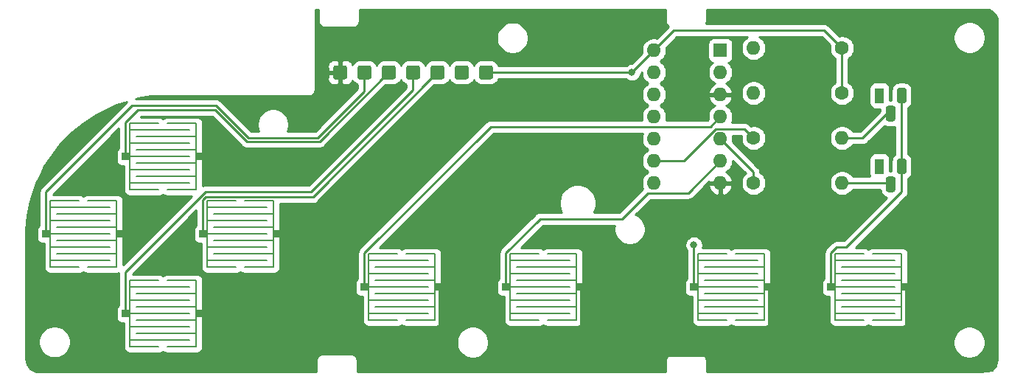
<source format=gtl>
%TF.GenerationSoftware,KiCad,Pcbnew,(5.1.10)-1*%
%TF.CreationDate,2021-06-16T14:50:00-05:00*%
%TF.ProjectId,nes-c64,6e65732d-6336-4342-9e6b-696361645f70,rev?*%
%TF.SameCoordinates,Original*%
%TF.FileFunction,Copper,L1,Top*%
%TF.FilePolarity,Positive*%
%FSLAX46Y46*%
G04 Gerber Fmt 4.6, Leading zero omitted, Abs format (unit mm)*
G04 Created by KiCad (PCBNEW (5.1.10)-1) date 2021-06-16 14:50:00*
%MOMM*%
%LPD*%
G01*
G04 APERTURE LIST*
%TA.AperFunction,EtchedComponent*%
%ADD10C,0.203200*%
%TD*%
%TA.AperFunction,ComponentPad*%
%ADD11O,1.600000X1.600000*%
%TD*%
%TA.AperFunction,ComponentPad*%
%ADD12R,1.600000X1.600000*%
%TD*%
%TA.AperFunction,ComponentPad*%
%ADD13R,1.100000X1.800000*%
%TD*%
%TA.AperFunction,ComponentPad*%
%ADD14C,1.600000*%
%TD*%
%TA.AperFunction,ConnectorPad*%
%ADD15R,0.889000X0.889000*%
%TD*%
%TA.AperFunction,ViaPad*%
%ADD16C,0.800000*%
%TD*%
%TA.AperFunction,Conductor*%
%ADD17C,0.250000*%
%TD*%
%TA.AperFunction,Conductor*%
%ADD18C,0.254000*%
%TD*%
%TA.AperFunction,Conductor*%
%ADD19C,0.100000*%
%TD*%
G04 APERTURE END LIST*
D10*
%TO.C,SW1*%
X98298000Y-95504000D02*
X91440000Y-95504000D01*
X99060000Y-96266000D02*
X92202000Y-96266000D01*
X98298000Y-97028000D02*
X91440000Y-97028000D01*
X99060000Y-97790000D02*
X92202000Y-97790000D01*
X98298000Y-98552000D02*
X91440000Y-98552000D01*
X99060000Y-99314000D02*
X92202000Y-99314000D01*
X98298000Y-100076000D02*
X91440000Y-100076000D01*
X99060000Y-100838000D02*
X92202000Y-100838000D01*
X98298000Y-101600000D02*
X91440000Y-101600000D01*
X99060000Y-102362000D02*
X95758000Y-102362000D01*
X99060000Y-94742000D02*
X95758000Y-94742000D01*
X94742000Y-94742000D02*
X91440000Y-94742000D01*
X99060000Y-102362000D02*
X99060000Y-94742000D01*
X91440000Y-102362000D02*
X91440000Y-94742000D01*
X94742000Y-102362000D02*
X91440000Y-102362000D01*
%TO.C,SW2*%
X107442000Y-86614000D02*
X100584000Y-86614000D01*
X108204000Y-87376000D02*
X101346000Y-87376000D01*
X107442000Y-88138000D02*
X100584000Y-88138000D01*
X108204000Y-88900000D02*
X101346000Y-88900000D01*
X107442000Y-89662000D02*
X100584000Y-89662000D01*
X108204000Y-90424000D02*
X101346000Y-90424000D01*
X107442000Y-91186000D02*
X100584000Y-91186000D01*
X108204000Y-91948000D02*
X101346000Y-91948000D01*
X107442000Y-92710000D02*
X100584000Y-92710000D01*
X108204000Y-93472000D02*
X104902000Y-93472000D01*
X108204000Y-85852000D02*
X104902000Y-85852000D01*
X103886000Y-85852000D02*
X100584000Y-85852000D01*
X108204000Y-93472000D02*
X108204000Y-85852000D01*
X100584000Y-93472000D02*
X100584000Y-85852000D01*
X103886000Y-93472000D02*
X100584000Y-93472000D01*
%TO.C,SW3*%
X107442000Y-104648000D02*
X100584000Y-104648000D01*
X108204000Y-105410000D02*
X101346000Y-105410000D01*
X107442000Y-106172000D02*
X100584000Y-106172000D01*
X108204000Y-106934000D02*
X101346000Y-106934000D01*
X107442000Y-107696000D02*
X100584000Y-107696000D01*
X108204000Y-108458000D02*
X101346000Y-108458000D01*
X107442000Y-109220000D02*
X100584000Y-109220000D01*
X108204000Y-109982000D02*
X101346000Y-109982000D01*
X107442000Y-110744000D02*
X100584000Y-110744000D01*
X108204000Y-111506000D02*
X104902000Y-111506000D01*
X108204000Y-103886000D02*
X104902000Y-103886000D01*
X103886000Y-103886000D02*
X100584000Y-103886000D01*
X108204000Y-111506000D02*
X108204000Y-103886000D01*
X100584000Y-111506000D02*
X100584000Y-103886000D01*
X103886000Y-111506000D02*
X100584000Y-111506000D01*
%TO.C,SW4*%
X116332000Y-95504000D02*
X109474000Y-95504000D01*
X117094000Y-96266000D02*
X110236000Y-96266000D01*
X116332000Y-97028000D02*
X109474000Y-97028000D01*
X117094000Y-97790000D02*
X110236000Y-97790000D01*
X116332000Y-98552000D02*
X109474000Y-98552000D01*
X117094000Y-99314000D02*
X110236000Y-99314000D01*
X116332000Y-100076000D02*
X109474000Y-100076000D01*
X117094000Y-100838000D02*
X110236000Y-100838000D01*
X116332000Y-101600000D02*
X109474000Y-101600000D01*
X117094000Y-102362000D02*
X113792000Y-102362000D01*
X117094000Y-94742000D02*
X113792000Y-94742000D01*
X112776000Y-94742000D02*
X109474000Y-94742000D01*
X117094000Y-102362000D02*
X117094000Y-94742000D01*
X109474000Y-102362000D02*
X109474000Y-94742000D01*
X112776000Y-102362000D02*
X109474000Y-102362000D01*
%TO.C,SW5*%
X134874000Y-101600000D02*
X128016000Y-101600000D01*
X135636000Y-102362000D02*
X128778000Y-102362000D01*
X134874000Y-103124000D02*
X128016000Y-103124000D01*
X135636000Y-103886000D02*
X128778000Y-103886000D01*
X134874000Y-104648000D02*
X128016000Y-104648000D01*
X135636000Y-105410000D02*
X128778000Y-105410000D01*
X134874000Y-106172000D02*
X128016000Y-106172000D01*
X135636000Y-106934000D02*
X128778000Y-106934000D01*
X134874000Y-107696000D02*
X128016000Y-107696000D01*
X135636000Y-108458000D02*
X132334000Y-108458000D01*
X135636000Y-100838000D02*
X132334000Y-100838000D01*
X131318000Y-100838000D02*
X128016000Y-100838000D01*
X135636000Y-108458000D02*
X135636000Y-100838000D01*
X128016000Y-108458000D02*
X128016000Y-100838000D01*
X131318000Y-108458000D02*
X128016000Y-108458000D01*
%TO.C,SW6*%
X151130000Y-101600000D02*
X144272000Y-101600000D01*
X151892000Y-102362000D02*
X145034000Y-102362000D01*
X151130000Y-103124000D02*
X144272000Y-103124000D01*
X151892000Y-103886000D02*
X145034000Y-103886000D01*
X151130000Y-104648000D02*
X144272000Y-104648000D01*
X151892000Y-105410000D02*
X145034000Y-105410000D01*
X151130000Y-106172000D02*
X144272000Y-106172000D01*
X151892000Y-106934000D02*
X145034000Y-106934000D01*
X151130000Y-107696000D02*
X144272000Y-107696000D01*
X151892000Y-108458000D02*
X148590000Y-108458000D01*
X151892000Y-100838000D02*
X148590000Y-100838000D01*
X147574000Y-100838000D02*
X144272000Y-100838000D01*
X151892000Y-108458000D02*
X151892000Y-100838000D01*
X144272000Y-108458000D02*
X144272000Y-100838000D01*
X147574000Y-108458000D02*
X144272000Y-108458000D01*
%TO.C,SW7*%
X172720000Y-101600000D02*
X165862000Y-101600000D01*
X173482000Y-102362000D02*
X166624000Y-102362000D01*
X172720000Y-103124000D02*
X165862000Y-103124000D01*
X173482000Y-103886000D02*
X166624000Y-103886000D01*
X172720000Y-104648000D02*
X165862000Y-104648000D01*
X173482000Y-105410000D02*
X166624000Y-105410000D01*
X172720000Y-106172000D02*
X165862000Y-106172000D01*
X173482000Y-106934000D02*
X166624000Y-106934000D01*
X172720000Y-107696000D02*
X165862000Y-107696000D01*
X173482000Y-108458000D02*
X170180000Y-108458000D01*
X173482000Y-100838000D02*
X170180000Y-100838000D01*
X169164000Y-100838000D02*
X165862000Y-100838000D01*
X173482000Y-108458000D02*
X173482000Y-100838000D01*
X165862000Y-108458000D02*
X165862000Y-100838000D01*
X169164000Y-108458000D02*
X165862000Y-108458000D01*
%TO.C,SW8*%
X188468000Y-101600000D02*
X181610000Y-101600000D01*
X189230000Y-102362000D02*
X182372000Y-102362000D01*
X188468000Y-103124000D02*
X181610000Y-103124000D01*
X189230000Y-103886000D02*
X182372000Y-103886000D01*
X188468000Y-104648000D02*
X181610000Y-104648000D01*
X189230000Y-105410000D02*
X182372000Y-105410000D01*
X188468000Y-106172000D02*
X181610000Y-106172000D01*
X189230000Y-106934000D02*
X182372000Y-106934000D01*
X188468000Y-107696000D02*
X181610000Y-107696000D01*
X189230000Y-108458000D02*
X185928000Y-108458000D01*
X189230000Y-100838000D02*
X185928000Y-100838000D01*
X184912000Y-100838000D02*
X181610000Y-100838000D01*
X189230000Y-108458000D02*
X189230000Y-100838000D01*
X181610000Y-108458000D02*
X181610000Y-100838000D01*
X184912000Y-108458000D02*
X181610000Y-108458000D01*
%TD*%
D11*
%TO.P,U1,14*%
%TO.N,+5V*%
X160782000Y-77470000D03*
%TO.P,U1,7*%
%TO.N,GND*%
X168402000Y-92710000D03*
%TO.P,U1,13*%
%TO.N,N/C*%
X160782000Y-80010000D03*
%TO.P,U1,6*%
%TO.N,Net-(R2-Pad2)*%
X168402000Y-90170000D03*
%TO.P,U1,12*%
%TO.N,Net-(R4-Pad1)*%
X160782000Y-82550000D03*
%TO.P,U1,5*%
X168402000Y-87630000D03*
%TO.P,U1,11*%
%TO.N,N/C*%
X160782000Y-85090000D03*
%TO.P,U1,4*%
%TO.N,Net-(R1-Pad2)*%
X168402000Y-85090000D03*
%TO.P,U1,10*%
%TO.N,+5V*%
X160782000Y-87630000D03*
%TO.P,U1,3*%
%TO.N,GND*%
X168402000Y-82550000D03*
%TO.P,U1,9*%
%TO.N,Net-(R3-Pad1)*%
X160782000Y-90170000D03*
%TO.P,U1,2*%
%TO.N,N/C*%
X168402000Y-80010000D03*
%TO.P,U1,8*%
%TO.N,Net-(R4-Pad1)*%
X160782000Y-92710000D03*
D12*
%TO.P,U1,1*%
%TO.N,N/C*%
X168402000Y-77470000D03*
%TD*%
D13*
%TO.P,Q2,1*%
%TO.N,/pin-fire*%
X186690000Y-90786000D03*
%TO.P,Q2,3*%
%TO.N,Net-(Q1-Pad3)*%
%TA.AperFunction,ComponentPad*%
G36*
G01*
X188680000Y-91411000D02*
X188680000Y-90161000D01*
G75*
G02*
X188955000Y-89886000I275000J0D01*
G01*
X189505000Y-89886000D01*
G75*
G02*
X189780000Y-90161000I0J-275000D01*
G01*
X189780000Y-91411000D01*
G75*
G02*
X189505000Y-91686000I-275000J0D01*
G01*
X188955000Y-91686000D01*
G75*
G02*
X188680000Y-91411000I0J275000D01*
G01*
G37*
%TD.AperFunction*%
%TO.P,Q2,2*%
%TO.N,Net-(Q2-Pad2)*%
%TA.AperFunction,ComponentPad*%
G36*
G01*
X187410000Y-93481000D02*
X187410000Y-92231000D01*
G75*
G02*
X187685000Y-91956000I275000J0D01*
G01*
X188235000Y-91956000D01*
G75*
G02*
X188510000Y-92231000I0J-275000D01*
G01*
X188510000Y-93481000D01*
G75*
G02*
X188235000Y-93756000I-275000J0D01*
G01*
X187685000Y-93756000D01*
G75*
G02*
X187410000Y-93481000I0J275000D01*
G01*
G37*
%TD.AperFunction*%
%TD*%
%TO.P,Q1,1*%
%TO.N,/pin-up*%
X186690000Y-82658000D03*
%TO.P,Q1,3*%
%TO.N,Net-(Q1-Pad3)*%
%TA.AperFunction,ComponentPad*%
G36*
G01*
X188680000Y-83283000D02*
X188680000Y-82033000D01*
G75*
G02*
X188955000Y-81758000I275000J0D01*
G01*
X189505000Y-81758000D01*
G75*
G02*
X189780000Y-82033000I0J-275000D01*
G01*
X189780000Y-83283000D01*
G75*
G02*
X189505000Y-83558000I-275000J0D01*
G01*
X188955000Y-83558000D01*
G75*
G02*
X188680000Y-83283000I0J275000D01*
G01*
G37*
%TD.AperFunction*%
%TO.P,Q1,2*%
%TO.N,Net-(Q1-Pad2)*%
%TA.AperFunction,ComponentPad*%
G36*
G01*
X187410000Y-85353000D02*
X187410000Y-84103000D01*
G75*
G02*
X187685000Y-83828000I275000J0D01*
G01*
X188235000Y-83828000D01*
G75*
G02*
X188510000Y-84103000I0J-275000D01*
G01*
X188510000Y-85353000D01*
G75*
G02*
X188235000Y-85628000I-275000J0D01*
G01*
X187685000Y-85628000D01*
G75*
G02*
X187410000Y-85353000I0J275000D01*
G01*
G37*
%TD.AperFunction*%
%TD*%
D14*
%TO.P,R1,1*%
%TO.N,+5V*%
X182372000Y-77216000D03*
D11*
%TO.P,R1,2*%
%TO.N,Net-(R1-Pad2)*%
X172212000Y-77216000D03*
%TD*%
D15*
%TO.P,SW1,2*%
%TO.N,GND*%
X99568000Y-98552000D03*
%TO.P,SW1,1*%
%TO.N,/pin-left*%
X90932000Y-98552000D03*
%TD*%
%TO.P,SW2,2*%
%TO.N,GND*%
X108712000Y-89662000D03*
%TO.P,SW2,1*%
%TO.N,/pin-up*%
X100076000Y-89662000D03*
%TD*%
%TO.P,SW3,2*%
%TO.N,GND*%
X108712000Y-107696000D03*
%TO.P,SW3,1*%
%TO.N,/pin-down*%
X100076000Y-107696000D03*
%TD*%
%TO.P,SW4,2*%
%TO.N,GND*%
X117602000Y-98552000D03*
%TO.P,SW4,1*%
%TO.N,/pin-right*%
X108966000Y-98552000D03*
%TD*%
%TO.P,SW5,2*%
%TO.N,GND*%
X136144000Y-104648000D03*
%TO.P,SW5,1*%
%TO.N,Net-(R1-Pad2)*%
X127508000Y-104648000D03*
%TD*%
%TO.P,SW6,2*%
%TO.N,GND*%
X152400000Y-104648000D03*
%TO.P,SW6,1*%
%TO.N,Net-(R2-Pad2)*%
X143764000Y-104648000D03*
%TD*%
%TO.P,SW7,2*%
%TO.N,GND*%
X173990000Y-104648000D03*
%TO.P,SW7,1*%
%TO.N,/pin-fire*%
X165354000Y-104648000D03*
%TD*%
%TO.P,SW8,2*%
%TO.N,GND*%
X189738000Y-104648000D03*
%TO.P,SW8,1*%
%TO.N,Net-(Q1-Pad3)*%
X181102000Y-104648000D03*
%TD*%
%TO.P,J1,1*%
%TO.N,GND*%
%TA.AperFunction,ComponentPad*%
G36*
G01*
X123914000Y-80560000D02*
X123914000Y-79460000D01*
G75*
G02*
X124164000Y-79210000I250000J0D01*
G01*
X125264000Y-79210000D01*
G75*
G02*
X125514000Y-79460000I0J-250000D01*
G01*
X125514000Y-80560000D01*
G75*
G02*
X125264000Y-80810000I-250000J0D01*
G01*
X124164000Y-80810000D01*
G75*
G02*
X123914000Y-80560000I0J250000D01*
G01*
G37*
%TD.AperFunction*%
%TD*%
%TO.P,J2,1*%
%TO.N,/pin-left*%
%TA.AperFunction,ComponentPad*%
G36*
G01*
X126708000Y-80560000D02*
X126708000Y-79460000D01*
G75*
G02*
X126958000Y-79210000I250000J0D01*
G01*
X128058000Y-79210000D01*
G75*
G02*
X128308000Y-79460000I0J-250000D01*
G01*
X128308000Y-80560000D01*
G75*
G02*
X128058000Y-80810000I-250000J0D01*
G01*
X126958000Y-80810000D01*
G75*
G02*
X126708000Y-80560000I0J250000D01*
G01*
G37*
%TD.AperFunction*%
%TD*%
%TO.P,J3,1*%
%TO.N,/pin-up*%
%TA.AperFunction,ComponentPad*%
G36*
G01*
X129502000Y-80560000D02*
X129502000Y-79460000D01*
G75*
G02*
X129752000Y-79210000I250000J0D01*
G01*
X130852000Y-79210000D01*
G75*
G02*
X131102000Y-79460000I0J-250000D01*
G01*
X131102000Y-80560000D01*
G75*
G02*
X130852000Y-80810000I-250000J0D01*
G01*
X129752000Y-80810000D01*
G75*
G02*
X129502000Y-80560000I0J250000D01*
G01*
G37*
%TD.AperFunction*%
%TD*%
%TO.P,J4,1*%
%TO.N,/pin-down*%
%TA.AperFunction,ComponentPad*%
G36*
G01*
X132296000Y-80560000D02*
X132296000Y-79460000D01*
G75*
G02*
X132546000Y-79210000I250000J0D01*
G01*
X133646000Y-79210000D01*
G75*
G02*
X133896000Y-79460000I0J-250000D01*
G01*
X133896000Y-80560000D01*
G75*
G02*
X133646000Y-80810000I-250000J0D01*
G01*
X132546000Y-80810000D01*
G75*
G02*
X132296000Y-80560000I0J250000D01*
G01*
G37*
%TD.AperFunction*%
%TD*%
%TO.P,J5,1*%
%TO.N,/pin-right*%
%TA.AperFunction,ComponentPad*%
G36*
G01*
X135090000Y-80560000D02*
X135090000Y-79460000D01*
G75*
G02*
X135340000Y-79210000I250000J0D01*
G01*
X136440000Y-79210000D01*
G75*
G02*
X136690000Y-79460000I0J-250000D01*
G01*
X136690000Y-80560000D01*
G75*
G02*
X136440000Y-80810000I-250000J0D01*
G01*
X135340000Y-80810000D01*
G75*
G02*
X135090000Y-80560000I0J250000D01*
G01*
G37*
%TD.AperFunction*%
%TD*%
%TO.P,J6,1*%
%TO.N,/pin-fire*%
%TA.AperFunction,ComponentPad*%
G36*
G01*
X137884000Y-80560000D02*
X137884000Y-79460000D01*
G75*
G02*
X138134000Y-79210000I250000J0D01*
G01*
X139234000Y-79210000D01*
G75*
G02*
X139484000Y-79460000I0J-250000D01*
G01*
X139484000Y-80560000D01*
G75*
G02*
X139234000Y-80810000I-250000J0D01*
G01*
X138134000Y-80810000D01*
G75*
G02*
X137884000Y-80560000I0J250000D01*
G01*
G37*
%TD.AperFunction*%
%TD*%
%TO.P,J7,1*%
%TO.N,+5V*%
%TA.AperFunction,ComponentPad*%
G36*
G01*
X140678000Y-80560000D02*
X140678000Y-79460000D01*
G75*
G02*
X140928000Y-79210000I250000J0D01*
G01*
X142028000Y-79210000D01*
G75*
G02*
X142278000Y-79460000I0J-250000D01*
G01*
X142278000Y-80560000D01*
G75*
G02*
X142028000Y-80810000I-250000J0D01*
G01*
X140928000Y-80810000D01*
G75*
G02*
X140678000Y-80560000I0J250000D01*
G01*
G37*
%TD.AperFunction*%
%TD*%
D11*
%TO.P,R2,2*%
%TO.N,Net-(R2-Pad2)*%
X172212000Y-82380666D03*
D14*
%TO.P,R2,1*%
%TO.N,+5V*%
X182372000Y-82380666D03*
%TD*%
D11*
%TO.P,R3,2*%
%TO.N,Net-(Q1-Pad2)*%
X182372000Y-87545332D03*
D14*
%TO.P,R3,1*%
%TO.N,Net-(R3-Pad1)*%
X172212000Y-87545332D03*
%TD*%
%TO.P,R4,1*%
%TO.N,Net-(R4-Pad1)*%
X172212000Y-92710000D03*
D11*
%TO.P,R4,2*%
%TO.N,Net-(Q2-Pad2)*%
X182372000Y-92710000D03*
%TD*%
D16*
%TO.N,GND*%
X124714000Y-88138000D03*
X124714000Y-98552000D03*
X102362000Y-98552000D03*
%TO.N,/pin-fire*%
X165354000Y-99822000D03*
%TO.N,+5V*%
X158242000Y-80010000D03*
%TD*%
D17*
%TO.N,GND*%
X123190000Y-89662000D02*
X124714000Y-88138000D01*
X108712000Y-89662000D02*
X123190000Y-89662000D01*
X115570000Y-107696000D02*
X124714000Y-98552000D01*
X108712000Y-107696000D02*
X115570000Y-107696000D01*
X117602000Y-98552000D02*
X124714000Y-98552000D01*
X170016190Y-112527127D02*
X169666873Y-112527127D01*
X189738000Y-108553317D02*
X189738000Y-104648000D01*
X189738000Y-112014000D02*
X189738000Y-108553317D01*
X189224873Y-112527127D02*
X189738000Y-112014000D01*
X173990000Y-111770254D02*
X173233127Y-112527127D01*
X173990000Y-104648000D02*
X173990000Y-111770254D01*
X173233127Y-112527127D02*
X189224873Y-112527127D01*
X169666873Y-112527127D02*
X173233127Y-112527127D01*
X152400000Y-111770254D02*
X151643127Y-112527127D01*
X152400000Y-104648000D02*
X152400000Y-111770254D01*
X169666873Y-112527127D02*
X151643127Y-112527127D01*
X99568000Y-98552000D02*
X102362000Y-98552000D01*
X136144000Y-104648000D02*
X136144000Y-112776000D01*
X136144000Y-112776000D02*
X135636000Y-113284000D01*
X135387127Y-113284000D02*
X135636000Y-113284000D01*
X133699317Y-111596190D02*
X135387127Y-113284000D01*
X133699317Y-110998000D02*
X133699317Y-111596190D01*
X126492000Y-110998000D02*
X133699317Y-110998000D01*
X124714000Y-109220000D02*
X126492000Y-110998000D01*
X124714000Y-98552000D02*
X124714000Y-109220000D01*
X149092873Y-112527127D02*
X148336000Y-113284000D01*
X151643127Y-112527127D02*
X149092873Y-112527127D01*
X148336000Y-113284000D02*
X135636000Y-113284000D01*
%TO.N,/pin-fire*%
X165354000Y-104648000D02*
X165354000Y-99822000D01*
%TO.N,/pin-right*%
X108966000Y-94646683D02*
X108966000Y-98552000D01*
X109297293Y-94315390D02*
X108966000Y-94646683D01*
X121584610Y-94315390D02*
X109297293Y-94315390D01*
X135890000Y-80010000D02*
X121584610Y-94315390D01*
%TO.N,/pin-left*%
X127508000Y-80010000D02*
X127508000Y-80810000D01*
X114182567Y-87512567D02*
X122163023Y-87512567D01*
X110490000Y-83820000D02*
X114182567Y-87512567D01*
X122163023Y-87512567D02*
X127508000Y-82167590D01*
X100838000Y-83820000D02*
X110490000Y-83820000D01*
X127508000Y-82167590D02*
X127508000Y-80010000D01*
X90932000Y-93726000D02*
X100838000Y-83820000D01*
X90932000Y-98552000D02*
X90932000Y-93726000D01*
%TO.N,/pin-down*%
X133096000Y-82042000D02*
X133096000Y-80010000D01*
X121412000Y-93726000D02*
X133096000Y-82042000D01*
X100076000Y-102900273D02*
X100076000Y-103124000D01*
X121412000Y-93726000D02*
X109250273Y-93726000D01*
X109250273Y-93726000D02*
X100076000Y-102900273D01*
X100076000Y-107696000D02*
X100076000Y-103124000D01*
%TO.N,/pin-up*%
X100076000Y-85756683D02*
X100076000Y-89662000D01*
X101504683Y-84328000D02*
X100076000Y-85756683D01*
X110361590Y-84328000D02*
X101504683Y-84328000D01*
X113996166Y-87962576D02*
X110361590Y-84328000D01*
X122349423Y-87962577D02*
X113996166Y-87962576D01*
X130302000Y-80010000D02*
X122349423Y-87962577D01*
%TO.N,+5V*%
X158242000Y-80010000D02*
X158242000Y-80010000D01*
X141478000Y-80010000D02*
X158242000Y-80010000D01*
X160782000Y-77470000D02*
X163068000Y-75184000D01*
X180340000Y-75184000D02*
X182372000Y-77216000D01*
X163068000Y-75184000D02*
X180340000Y-75184000D01*
X182372000Y-77216000D02*
X182372000Y-82380666D01*
X158242000Y-80010000D02*
X160782000Y-77470000D01*
%TO.N,Net-(R1-Pad2)*%
X167276999Y-86215001D02*
X168402000Y-85090000D01*
X142035682Y-86215001D02*
X167276999Y-86215001D01*
X127508000Y-100742683D02*
X142035682Y-86215001D01*
X127508000Y-104648000D02*
X127508000Y-100742683D01*
%TO.N,Net-(R2-Pad2)*%
X164736999Y-93835001D02*
X168402000Y-90170000D01*
X157104704Y-96817747D02*
X160087450Y-93835001D01*
X147688936Y-96817747D02*
X157104704Y-96817747D01*
X160087450Y-93835001D02*
X164736999Y-93835001D01*
X143764000Y-100742683D02*
X147688936Y-96817747D01*
X143764000Y-104648000D02*
X143764000Y-100742683D01*
%TO.N,Net-(Q1-Pad3)*%
X189230000Y-83058000D02*
X189230000Y-91186000D01*
X189230000Y-93726000D02*
X182880000Y-100076000D01*
X189230000Y-91186000D02*
X189230000Y-93726000D01*
X181102000Y-100742683D02*
X181102000Y-104648000D01*
X181768683Y-100076000D02*
X181102000Y-100742683D01*
X182880000Y-100076000D02*
X181768683Y-100076000D01*
%TO.N,Net-(Q1-Pad2)*%
X184742668Y-87545332D02*
X187960000Y-84328000D01*
X182372000Y-87545332D02*
X184742668Y-87545332D01*
%TO.N,Net-(Q2-Pad2)*%
X187706000Y-92710000D02*
X187960000Y-92456000D01*
X182372000Y-92710000D02*
X187706000Y-92710000D01*
%TO.N,Net-(R3-Pad1)*%
X172127332Y-87630000D02*
X172212000Y-87545332D01*
X171171667Y-86504999D02*
X172212000Y-87545332D01*
X167861999Y-86504999D02*
X171171667Y-86504999D01*
X164196998Y-90170000D02*
X167861999Y-86504999D01*
X160782000Y-90170000D02*
X164196998Y-90170000D01*
%TO.N,Net-(R4-Pad1)*%
X172212000Y-91440000D02*
X172212000Y-92710000D01*
X168402000Y-87630000D02*
X172212000Y-91440000D01*
%TD*%
D18*
%TO.N,GND*%
X199492233Y-72952969D02*
X200097030Y-73557766D01*
X200229000Y-73821705D01*
X200229001Y-112945673D01*
X200041470Y-113695794D01*
X199568855Y-114168409D01*
X198317310Y-114377000D01*
X166801000Y-114377000D01*
X166801000Y-113063646D01*
X166804314Y-113030000D01*
X166791088Y-112895717D01*
X166751919Y-112766594D01*
X166688312Y-112647593D01*
X166602711Y-112543289D01*
X166498407Y-112457688D01*
X166379406Y-112394081D01*
X166250283Y-112354912D01*
X166149647Y-112345000D01*
X166116000Y-112341686D01*
X166082353Y-112345000D01*
X162847647Y-112345000D01*
X162814000Y-112341686D01*
X162780353Y-112345000D01*
X162679717Y-112354912D01*
X162550594Y-112394081D01*
X162431593Y-112457688D01*
X162327289Y-112543289D01*
X162241688Y-112647593D01*
X162178081Y-112766594D01*
X162138912Y-112895717D01*
X162125686Y-113030000D01*
X162129001Y-113063657D01*
X162129000Y-114377000D01*
X126669000Y-114377000D01*
X126669000Y-113063646D01*
X126672314Y-113030000D01*
X126659088Y-112895717D01*
X126619919Y-112766594D01*
X126556312Y-112647593D01*
X126470711Y-112543289D01*
X126366407Y-112457688D01*
X126247406Y-112394081D01*
X126118283Y-112354912D01*
X126017647Y-112345000D01*
X125984000Y-112341686D01*
X125950353Y-112345000D01*
X122715647Y-112345000D01*
X122682000Y-112341686D01*
X122648353Y-112345000D01*
X122547717Y-112354912D01*
X122418594Y-112394081D01*
X122299593Y-112457688D01*
X122195289Y-112543289D01*
X122109688Y-112647593D01*
X122046081Y-112766594D01*
X122006912Y-112895717D01*
X121993686Y-113030000D01*
X121997001Y-113063657D01*
X121997000Y-114377000D01*
X89823706Y-114377000D01*
X89115048Y-114022671D01*
X88758840Y-113488359D01*
X88569000Y-112918843D01*
X88569000Y-110768178D01*
X90053932Y-110768178D01*
X90053932Y-111131822D01*
X90124876Y-111488478D01*
X90264036Y-111824441D01*
X90466066Y-112126800D01*
X90723200Y-112383934D01*
X91025559Y-112585964D01*
X91361522Y-112725124D01*
X91718178Y-112796068D01*
X92081822Y-112796068D01*
X92438478Y-112725124D01*
X92774441Y-112585964D01*
X93076800Y-112383934D01*
X93333934Y-112126800D01*
X93535964Y-111824441D01*
X93675124Y-111488478D01*
X93746068Y-111131822D01*
X93746068Y-110768178D01*
X93675124Y-110411522D01*
X93535964Y-110075559D01*
X93333934Y-109773200D01*
X93076800Y-109516066D01*
X92774441Y-109314036D01*
X92438478Y-109174876D01*
X92081822Y-109103932D01*
X91718178Y-109103932D01*
X91361522Y-109174876D01*
X91025559Y-109314036D01*
X90723200Y-109516066D01*
X90466066Y-109773200D01*
X90264036Y-110075559D01*
X90124876Y-110411522D01*
X90053932Y-110768178D01*
X88569000Y-110768178D01*
X88569000Y-98092674D01*
X88813424Y-96381705D01*
X89060499Y-95146331D01*
X89304170Y-94171647D01*
X89788454Y-92718799D01*
X90289732Y-91716243D01*
X90760117Y-90775474D01*
X92474781Y-88325955D01*
X93929542Y-86871194D01*
X95146710Y-85897460D01*
X96610488Y-84921609D01*
X99059465Y-83697121D01*
X100240339Y-83342859D01*
X90420998Y-93162201D01*
X90392000Y-93185999D01*
X90368202Y-93214997D01*
X90368201Y-93214998D01*
X90297026Y-93301724D01*
X90226454Y-93433754D01*
X90214344Y-93473677D01*
X90182998Y-93577014D01*
X90176673Y-93641230D01*
X90168324Y-93726000D01*
X90172001Y-93763332D01*
X90172000Y-97556120D01*
X90133006Y-97576963D01*
X90036315Y-97656315D01*
X89956963Y-97753006D01*
X89897998Y-97863320D01*
X89861688Y-97983018D01*
X89849428Y-98107500D01*
X89849428Y-98996500D01*
X89861688Y-99120982D01*
X89897998Y-99240680D01*
X89956963Y-99350994D01*
X90036315Y-99447685D01*
X90133006Y-99527037D01*
X90243320Y-99586002D01*
X90363018Y-99622312D01*
X90487500Y-99634572D01*
X90703400Y-99634572D01*
X90703400Y-100039811D01*
X90699836Y-100076000D01*
X90703400Y-100112189D01*
X90703400Y-101563813D01*
X90699836Y-101600000D01*
X90703400Y-101636187D01*
X90703400Y-102325814D01*
X90699836Y-102362000D01*
X90714058Y-102506399D01*
X90756178Y-102645249D01*
X90824576Y-102773213D01*
X90916625Y-102885375D01*
X91025850Y-102975014D01*
X91028787Y-102977424D01*
X91156751Y-103045822D01*
X91295601Y-103087942D01*
X91440000Y-103102164D01*
X91476186Y-103098600D01*
X94778186Y-103098600D01*
X94886399Y-103087942D01*
X95025249Y-103045822D01*
X95153213Y-102977424D01*
X95250000Y-102897993D01*
X95346787Y-102977424D01*
X95474751Y-103045822D01*
X95613601Y-103087942D01*
X95721814Y-103098600D01*
X99023814Y-103098600D01*
X99060000Y-103102164D01*
X99096186Y-103098600D01*
X99204399Y-103087942D01*
X99316000Y-103054088D01*
X99316000Y-103161333D01*
X99316001Y-103161343D01*
X99316000Y-106700120D01*
X99277006Y-106720963D01*
X99180315Y-106800315D01*
X99100963Y-106897006D01*
X99041998Y-107007320D01*
X99005688Y-107127018D01*
X98993428Y-107251500D01*
X98993428Y-108140500D01*
X99005688Y-108264982D01*
X99041998Y-108384680D01*
X99100963Y-108494994D01*
X99180315Y-108591685D01*
X99277006Y-108671037D01*
X99387320Y-108730002D01*
X99507018Y-108766312D01*
X99631500Y-108778572D01*
X99847400Y-108778572D01*
X99847400Y-109183811D01*
X99843836Y-109220000D01*
X99847400Y-109256189D01*
X99847400Y-110707813D01*
X99843836Y-110744000D01*
X99847400Y-110780187D01*
X99847400Y-111469814D01*
X99843836Y-111506000D01*
X99858058Y-111650399D01*
X99900178Y-111789249D01*
X99968576Y-111917213D01*
X100060625Y-112029375D01*
X100172787Y-112121424D01*
X100300751Y-112189822D01*
X100439601Y-112231942D01*
X100584000Y-112246164D01*
X100620186Y-112242600D01*
X103922186Y-112242600D01*
X104030399Y-112231942D01*
X104169249Y-112189822D01*
X104297213Y-112121424D01*
X104394000Y-112041993D01*
X104490787Y-112121424D01*
X104618751Y-112189822D01*
X104757601Y-112231942D01*
X104865814Y-112242600D01*
X108167814Y-112242600D01*
X108204000Y-112246164D01*
X108240186Y-112242600D01*
X108348399Y-112231942D01*
X108487249Y-112189822D01*
X108615213Y-112121424D01*
X108727375Y-112029375D01*
X108819424Y-111917213D01*
X108887822Y-111789249D01*
X108929942Y-111650399D01*
X108944164Y-111506000D01*
X108940600Y-111469814D01*
X108940600Y-110818178D01*
X138103932Y-110818178D01*
X138103932Y-111181822D01*
X138174876Y-111538478D01*
X138314036Y-111874441D01*
X138516066Y-112176800D01*
X138773200Y-112433934D01*
X139075559Y-112635964D01*
X139411522Y-112775124D01*
X139768178Y-112846068D01*
X140131822Y-112846068D01*
X140488478Y-112775124D01*
X140824441Y-112635964D01*
X141126800Y-112433934D01*
X141383934Y-112176800D01*
X141585964Y-111874441D01*
X141725124Y-111538478D01*
X141796068Y-111181822D01*
X141796068Y-110818178D01*
X141795671Y-110816178D01*
X195123932Y-110816178D01*
X195123932Y-111179822D01*
X195194876Y-111536478D01*
X195334036Y-111872441D01*
X195536066Y-112174800D01*
X195793200Y-112431934D01*
X196095559Y-112633964D01*
X196431522Y-112773124D01*
X196788178Y-112844068D01*
X197151822Y-112844068D01*
X197508478Y-112773124D01*
X197844441Y-112633964D01*
X198146800Y-112431934D01*
X198403934Y-112174800D01*
X198605964Y-111872441D01*
X198745124Y-111536478D01*
X198816068Y-111179822D01*
X198816068Y-110816178D01*
X198745124Y-110459522D01*
X198605964Y-110123559D01*
X198403934Y-109821200D01*
X198146800Y-109564066D01*
X197844441Y-109362036D01*
X197508478Y-109222876D01*
X197151822Y-109151932D01*
X196788178Y-109151932D01*
X196431522Y-109222876D01*
X196095559Y-109362036D01*
X195793200Y-109564066D01*
X195536066Y-109821200D01*
X195334036Y-110123559D01*
X195194876Y-110459522D01*
X195123932Y-110816178D01*
X141795671Y-110816178D01*
X141725124Y-110461522D01*
X141585964Y-110125559D01*
X141383934Y-109823200D01*
X141126800Y-109566066D01*
X140824441Y-109364036D01*
X140488478Y-109224876D01*
X140131822Y-109153932D01*
X139768178Y-109153932D01*
X139411522Y-109224876D01*
X139075559Y-109364036D01*
X138773200Y-109566066D01*
X138516066Y-109823200D01*
X138314036Y-110125559D01*
X138174876Y-110461522D01*
X138103932Y-110818178D01*
X108940600Y-110818178D01*
X108940600Y-110018186D01*
X108944164Y-109982000D01*
X108940600Y-109945814D01*
X108940600Y-108494185D01*
X108944164Y-108458000D01*
X108940600Y-108421814D01*
X108940600Y-106970186D01*
X108944164Y-106934000D01*
X108940600Y-106897814D01*
X108940600Y-105446186D01*
X108944164Y-105410000D01*
X108940600Y-105373814D01*
X108940600Y-103922186D01*
X108944164Y-103886000D01*
X108929942Y-103741601D01*
X108887822Y-103602751D01*
X108819424Y-103474787D01*
X108727375Y-103362625D01*
X108615213Y-103270576D01*
X108487249Y-103202178D01*
X108348399Y-103160058D01*
X108240186Y-103149400D01*
X108204000Y-103145836D01*
X108167814Y-103149400D01*
X104865814Y-103149400D01*
X104757601Y-103160058D01*
X104618751Y-103202178D01*
X104490787Y-103270576D01*
X104394000Y-103350007D01*
X104297213Y-103270576D01*
X104169249Y-103202178D01*
X104030399Y-103160058D01*
X103922186Y-103149400D01*
X100901674Y-103149400D01*
X108206000Y-95845075D01*
X108206001Y-97556120D01*
X108167006Y-97576963D01*
X108070315Y-97656315D01*
X107990963Y-97753006D01*
X107931998Y-97863320D01*
X107895688Y-97983018D01*
X107883428Y-98107500D01*
X107883428Y-98996500D01*
X107895688Y-99120982D01*
X107931998Y-99240680D01*
X107990963Y-99350994D01*
X108070315Y-99447685D01*
X108167006Y-99527037D01*
X108277320Y-99586002D01*
X108397018Y-99622312D01*
X108521500Y-99634572D01*
X108737400Y-99634572D01*
X108737400Y-100039811D01*
X108733836Y-100076000D01*
X108737400Y-100112189D01*
X108737400Y-101563813D01*
X108733836Y-101600000D01*
X108737400Y-101636187D01*
X108737400Y-102325814D01*
X108733836Y-102362000D01*
X108748058Y-102506399D01*
X108790178Y-102645249D01*
X108858576Y-102773213D01*
X108950625Y-102885375D01*
X109059850Y-102975014D01*
X109062787Y-102977424D01*
X109190751Y-103045822D01*
X109329601Y-103087942D01*
X109474000Y-103102164D01*
X109510186Y-103098600D01*
X112812186Y-103098600D01*
X112920399Y-103087942D01*
X113059249Y-103045822D01*
X113187213Y-102977424D01*
X113284000Y-102897993D01*
X113380787Y-102977424D01*
X113508751Y-103045822D01*
X113647601Y-103087942D01*
X113755814Y-103098600D01*
X117057814Y-103098600D01*
X117094000Y-103102164D01*
X117130186Y-103098600D01*
X117238399Y-103087942D01*
X117377249Y-103045822D01*
X117505213Y-102977424D01*
X117617375Y-102885375D01*
X117709424Y-102773213D01*
X117777822Y-102645249D01*
X117819942Y-102506399D01*
X117834164Y-102362000D01*
X117830600Y-102325814D01*
X117830600Y-100874186D01*
X117834164Y-100838000D01*
X117830600Y-100801814D01*
X117830600Y-99350186D01*
X117834164Y-99314000D01*
X117830600Y-99277814D01*
X117830600Y-97826186D01*
X117834164Y-97790000D01*
X117830600Y-97753814D01*
X117830600Y-96302186D01*
X117834164Y-96266000D01*
X117830600Y-96229814D01*
X117830600Y-95075390D01*
X121547288Y-95075390D01*
X121584610Y-95079066D01*
X121621932Y-95075390D01*
X121621943Y-95075390D01*
X121733596Y-95064393D01*
X121876857Y-95020936D01*
X122008886Y-94950364D01*
X122124611Y-94855391D01*
X122148414Y-94826387D01*
X135526730Y-81448072D01*
X136440000Y-81448072D01*
X136613254Y-81431008D01*
X136779850Y-81380472D01*
X136933386Y-81298405D01*
X137067962Y-81187962D01*
X137178405Y-81053386D01*
X137260472Y-80899850D01*
X137287000Y-80812398D01*
X137313528Y-80899850D01*
X137395595Y-81053386D01*
X137506038Y-81187962D01*
X137640614Y-81298405D01*
X137794150Y-81380472D01*
X137960746Y-81431008D01*
X138134000Y-81448072D01*
X139234000Y-81448072D01*
X139407254Y-81431008D01*
X139573850Y-81380472D01*
X139727386Y-81298405D01*
X139861962Y-81187962D01*
X139972405Y-81053386D01*
X140054472Y-80899850D01*
X140081000Y-80812398D01*
X140107528Y-80899850D01*
X140189595Y-81053386D01*
X140300038Y-81187962D01*
X140434614Y-81298405D01*
X140588150Y-81380472D01*
X140754746Y-81431008D01*
X140928000Y-81448072D01*
X142028000Y-81448072D01*
X142201254Y-81431008D01*
X142367850Y-81380472D01*
X142521386Y-81298405D01*
X142655962Y-81187962D01*
X142766405Y-81053386D01*
X142848472Y-80899850D01*
X142887861Y-80770000D01*
X157538289Y-80770000D01*
X157582226Y-80813937D01*
X157751744Y-80927205D01*
X157940102Y-81005226D01*
X158140061Y-81045000D01*
X158343939Y-81045000D01*
X158543898Y-81005226D01*
X158732256Y-80927205D01*
X158901774Y-80813937D01*
X159045937Y-80669774D01*
X159159205Y-80500256D01*
X159237226Y-80311898D01*
X159277000Y-80111939D01*
X159277000Y-80049801D01*
X159347000Y-79979801D01*
X159347000Y-80151335D01*
X159402147Y-80428574D01*
X159510320Y-80689727D01*
X159667363Y-80924759D01*
X159867241Y-81124637D01*
X160099759Y-81280000D01*
X159867241Y-81435363D01*
X159667363Y-81635241D01*
X159510320Y-81870273D01*
X159402147Y-82131426D01*
X159347000Y-82408665D01*
X159347000Y-82691335D01*
X159402147Y-82968574D01*
X159510320Y-83229727D01*
X159667363Y-83464759D01*
X159867241Y-83664637D01*
X160099759Y-83820000D01*
X159867241Y-83975363D01*
X159667363Y-84175241D01*
X159510320Y-84410273D01*
X159402147Y-84671426D01*
X159347000Y-84948665D01*
X159347000Y-85231335D01*
X159391491Y-85455001D01*
X142073005Y-85455001D01*
X142035682Y-85451325D01*
X141998359Y-85455001D01*
X141998349Y-85455001D01*
X141886696Y-85465998D01*
X141746339Y-85508574D01*
X141743435Y-85509455D01*
X141611405Y-85580027D01*
X141527765Y-85648669D01*
X141495681Y-85675000D01*
X141471883Y-85703998D01*
X126996998Y-100178884D01*
X126968000Y-100202682D01*
X126944202Y-100231680D01*
X126944201Y-100231681D01*
X126873026Y-100318407D01*
X126802454Y-100450437D01*
X126758998Y-100593698D01*
X126744324Y-100742683D01*
X126748001Y-100780015D01*
X126748000Y-103652120D01*
X126709006Y-103672963D01*
X126612315Y-103752315D01*
X126532963Y-103849006D01*
X126473998Y-103959320D01*
X126437688Y-104079018D01*
X126425428Y-104203500D01*
X126425428Y-105092500D01*
X126437688Y-105216982D01*
X126473998Y-105336680D01*
X126532963Y-105446994D01*
X126612315Y-105543685D01*
X126709006Y-105623037D01*
X126819320Y-105682002D01*
X126939018Y-105718312D01*
X127063500Y-105730572D01*
X127279400Y-105730572D01*
X127279400Y-106135811D01*
X127275836Y-106172000D01*
X127279400Y-106208189D01*
X127279400Y-107659813D01*
X127275836Y-107696000D01*
X127279400Y-107732187D01*
X127279400Y-108421814D01*
X127275836Y-108458000D01*
X127290058Y-108602399D01*
X127332178Y-108741249D01*
X127400576Y-108869213D01*
X127492625Y-108981375D01*
X127604787Y-109073424D01*
X127732751Y-109141822D01*
X127871601Y-109183942D01*
X128016000Y-109198164D01*
X128052186Y-109194600D01*
X131354186Y-109194600D01*
X131462399Y-109183942D01*
X131601249Y-109141822D01*
X131729213Y-109073424D01*
X131826000Y-108993993D01*
X131922787Y-109073424D01*
X132050751Y-109141822D01*
X132189601Y-109183942D01*
X132297814Y-109194600D01*
X135599814Y-109194600D01*
X135636000Y-109198164D01*
X135672186Y-109194600D01*
X135780399Y-109183942D01*
X135919249Y-109141822D01*
X136047213Y-109073424D01*
X136159375Y-108981375D01*
X136251424Y-108869213D01*
X136319822Y-108741249D01*
X136361942Y-108602399D01*
X136376164Y-108458000D01*
X136372600Y-108421814D01*
X136372600Y-106970186D01*
X136376164Y-106934000D01*
X136372600Y-106897814D01*
X136372600Y-105446186D01*
X136376164Y-105410000D01*
X136372600Y-105373814D01*
X136372600Y-103922186D01*
X136376164Y-103886000D01*
X136372600Y-103849814D01*
X136372600Y-102398185D01*
X136376164Y-102362000D01*
X136372600Y-102325814D01*
X136372600Y-100874186D01*
X136376164Y-100838000D01*
X136361942Y-100693601D01*
X136319822Y-100554751D01*
X136251424Y-100426787D01*
X136159375Y-100314625D01*
X136047213Y-100222576D01*
X135919249Y-100154178D01*
X135780399Y-100112058D01*
X135672186Y-100101400D01*
X135636000Y-100097836D01*
X135599814Y-100101400D01*
X132297814Y-100101400D01*
X132189601Y-100112058D01*
X132050751Y-100154178D01*
X131922787Y-100222576D01*
X131826000Y-100302007D01*
X131729213Y-100222576D01*
X131601249Y-100154178D01*
X131462399Y-100112058D01*
X131354186Y-100101400D01*
X129224084Y-100101400D01*
X142350484Y-86975001D01*
X159500077Y-86975001D01*
X159402147Y-87211426D01*
X159347000Y-87488665D01*
X159347000Y-87771335D01*
X159402147Y-88048574D01*
X159510320Y-88309727D01*
X159667363Y-88544759D01*
X159867241Y-88744637D01*
X160099759Y-88900000D01*
X159867241Y-89055363D01*
X159667363Y-89255241D01*
X159510320Y-89490273D01*
X159402147Y-89751426D01*
X159347000Y-90028665D01*
X159347000Y-90311335D01*
X159402147Y-90588574D01*
X159510320Y-90849727D01*
X159667363Y-91084759D01*
X159867241Y-91284637D01*
X160099759Y-91440000D01*
X159867241Y-91595363D01*
X159667363Y-91795241D01*
X159510320Y-92030273D01*
X159402147Y-92291426D01*
X159347000Y-92568665D01*
X159347000Y-92851335D01*
X159402147Y-93128574D01*
X159494973Y-93352676D01*
X156789903Y-96057747D01*
X153856802Y-96057747D01*
X153888935Y-96009657D01*
X154049614Y-95621744D01*
X154131527Y-95209937D01*
X154131527Y-94790063D01*
X154049614Y-94378256D01*
X153888935Y-93990343D01*
X153655665Y-93641230D01*
X153358770Y-93344335D01*
X153009657Y-93111065D01*
X152621744Y-92950386D01*
X152209937Y-92868473D01*
X151790063Y-92868473D01*
X151378256Y-92950386D01*
X150990343Y-93111065D01*
X150641230Y-93344335D01*
X150344335Y-93641230D01*
X150111065Y-93990343D01*
X149950386Y-94378256D01*
X149868473Y-94790063D01*
X149868473Y-95209937D01*
X149950386Y-95621744D01*
X150111065Y-96009657D01*
X150143198Y-96057747D01*
X147726261Y-96057747D01*
X147688936Y-96054071D01*
X147651611Y-96057747D01*
X147651603Y-96057747D01*
X147539950Y-96068744D01*
X147396689Y-96112201D01*
X147264660Y-96182773D01*
X147148935Y-96277746D01*
X147125137Y-96306744D01*
X143252998Y-100178884D01*
X143224000Y-100202682D01*
X143200202Y-100231680D01*
X143200201Y-100231681D01*
X143129026Y-100318407D01*
X143058454Y-100450437D01*
X143014998Y-100593698D01*
X143000324Y-100742683D01*
X143004001Y-100780015D01*
X143004000Y-103652120D01*
X142965006Y-103672963D01*
X142868315Y-103752315D01*
X142788963Y-103849006D01*
X142729998Y-103959320D01*
X142693688Y-104079018D01*
X142681428Y-104203500D01*
X142681428Y-105092500D01*
X142693688Y-105216982D01*
X142729998Y-105336680D01*
X142788963Y-105446994D01*
X142868315Y-105543685D01*
X142965006Y-105623037D01*
X143075320Y-105682002D01*
X143195018Y-105718312D01*
X143319500Y-105730572D01*
X143535400Y-105730572D01*
X143535400Y-106135811D01*
X143531836Y-106172000D01*
X143535400Y-106208189D01*
X143535400Y-107659813D01*
X143531836Y-107696000D01*
X143535400Y-107732187D01*
X143535400Y-108421814D01*
X143531836Y-108458000D01*
X143546058Y-108602399D01*
X143588178Y-108741249D01*
X143656576Y-108869213D01*
X143748625Y-108981375D01*
X143860787Y-109073424D01*
X143988751Y-109141822D01*
X144127601Y-109183942D01*
X144272000Y-109198164D01*
X144308186Y-109194600D01*
X147610186Y-109194600D01*
X147718399Y-109183942D01*
X147857249Y-109141822D01*
X147985213Y-109073424D01*
X148082000Y-108993993D01*
X148178787Y-109073424D01*
X148306751Y-109141822D01*
X148445601Y-109183942D01*
X148553814Y-109194600D01*
X151855814Y-109194600D01*
X151892000Y-109198164D01*
X151928186Y-109194600D01*
X152036399Y-109183942D01*
X152175249Y-109141822D01*
X152303213Y-109073424D01*
X152415375Y-108981375D01*
X152507424Y-108869213D01*
X152575822Y-108741249D01*
X152617942Y-108602399D01*
X152632164Y-108458000D01*
X152628600Y-108421814D01*
X152628600Y-106970186D01*
X152632164Y-106934000D01*
X152628600Y-106897814D01*
X152628600Y-105446186D01*
X152632164Y-105410000D01*
X152628600Y-105373814D01*
X152628600Y-104203500D01*
X164271428Y-104203500D01*
X164271428Y-105092500D01*
X164283688Y-105216982D01*
X164319998Y-105336680D01*
X164378963Y-105446994D01*
X164458315Y-105543685D01*
X164555006Y-105623037D01*
X164665320Y-105682002D01*
X164785018Y-105718312D01*
X164909500Y-105730572D01*
X165125400Y-105730572D01*
X165125400Y-106135811D01*
X165121836Y-106172000D01*
X165125400Y-106208189D01*
X165125400Y-107659813D01*
X165121836Y-107696000D01*
X165125400Y-107732187D01*
X165125400Y-108421814D01*
X165121836Y-108458000D01*
X165136058Y-108602399D01*
X165178178Y-108741249D01*
X165246576Y-108869213D01*
X165338625Y-108981375D01*
X165450787Y-109073424D01*
X165578751Y-109141822D01*
X165717601Y-109183942D01*
X165862000Y-109198164D01*
X165898186Y-109194600D01*
X169200186Y-109194600D01*
X169308399Y-109183942D01*
X169447249Y-109141822D01*
X169575213Y-109073424D01*
X169672000Y-108993993D01*
X169768787Y-109073424D01*
X169896751Y-109141822D01*
X170035601Y-109183942D01*
X170143814Y-109194600D01*
X173445814Y-109194600D01*
X173482000Y-109198164D01*
X173518186Y-109194600D01*
X173626399Y-109183942D01*
X173765249Y-109141822D01*
X173893213Y-109073424D01*
X174005375Y-108981375D01*
X174097424Y-108869213D01*
X174165822Y-108741249D01*
X174207942Y-108602399D01*
X174222164Y-108458000D01*
X174218600Y-108421814D01*
X174218600Y-106970186D01*
X174222164Y-106934000D01*
X174218600Y-106897814D01*
X174218600Y-105446186D01*
X174222164Y-105410000D01*
X174218600Y-105373814D01*
X174218600Y-104203500D01*
X180019428Y-104203500D01*
X180019428Y-105092500D01*
X180031688Y-105216982D01*
X180067998Y-105336680D01*
X180126963Y-105446994D01*
X180206315Y-105543685D01*
X180303006Y-105623037D01*
X180413320Y-105682002D01*
X180533018Y-105718312D01*
X180657500Y-105730572D01*
X180873400Y-105730572D01*
X180873400Y-106135811D01*
X180869836Y-106172000D01*
X180873400Y-106208189D01*
X180873400Y-107659813D01*
X180869836Y-107696000D01*
X180873400Y-107732187D01*
X180873400Y-108421814D01*
X180869836Y-108458000D01*
X180884058Y-108602399D01*
X180926178Y-108741249D01*
X180994576Y-108869213D01*
X181086625Y-108981375D01*
X181198787Y-109073424D01*
X181326751Y-109141822D01*
X181465601Y-109183942D01*
X181610000Y-109198164D01*
X181646186Y-109194600D01*
X184948186Y-109194600D01*
X185056399Y-109183942D01*
X185195249Y-109141822D01*
X185323213Y-109073424D01*
X185420000Y-108993993D01*
X185516787Y-109073424D01*
X185644751Y-109141822D01*
X185783601Y-109183942D01*
X185891814Y-109194600D01*
X189193814Y-109194600D01*
X189230000Y-109198164D01*
X189266186Y-109194600D01*
X189374399Y-109183942D01*
X189513249Y-109141822D01*
X189641213Y-109073424D01*
X189753375Y-108981375D01*
X189845424Y-108869213D01*
X189913822Y-108741249D01*
X189955942Y-108602399D01*
X189970164Y-108458000D01*
X189966600Y-108421814D01*
X189966600Y-106970186D01*
X189970164Y-106934000D01*
X189966600Y-106897814D01*
X189966600Y-105446186D01*
X189970164Y-105410000D01*
X189966600Y-105373814D01*
X189966600Y-103922186D01*
X189970164Y-103886000D01*
X189966600Y-103849814D01*
X189966600Y-102398185D01*
X189970164Y-102362000D01*
X189966600Y-102325814D01*
X189966600Y-100874186D01*
X189970164Y-100838000D01*
X189955942Y-100693601D01*
X189913822Y-100554751D01*
X189845424Y-100426787D01*
X189753375Y-100314625D01*
X189641213Y-100222576D01*
X189513249Y-100154178D01*
X189374399Y-100112058D01*
X189266186Y-100101400D01*
X189230000Y-100097836D01*
X189193814Y-100101400D01*
X185891814Y-100101400D01*
X185783601Y-100112058D01*
X185644751Y-100154178D01*
X185516787Y-100222576D01*
X185420000Y-100302007D01*
X185323213Y-100222576D01*
X185195249Y-100154178D01*
X185056399Y-100112058D01*
X184948186Y-100101400D01*
X183929401Y-100101400D01*
X189741003Y-94289799D01*
X189770001Y-94266001D01*
X189805778Y-94222407D01*
X189864974Y-94150277D01*
X189935546Y-94018247D01*
X189946638Y-93981680D01*
X189979003Y-93874986D01*
X189990000Y-93763333D01*
X189990000Y-93763324D01*
X189993676Y-93726001D01*
X189990000Y-93688678D01*
X189990000Y-92182099D01*
X190012276Y-92170192D01*
X190150639Y-92056639D01*
X190264192Y-91918276D01*
X190348569Y-91760418D01*
X190400528Y-91589132D01*
X190418072Y-91411000D01*
X190418072Y-90161000D01*
X190400528Y-89982868D01*
X190348569Y-89811582D01*
X190264192Y-89653724D01*
X190150639Y-89515361D01*
X190012276Y-89401808D01*
X189990000Y-89389901D01*
X189990000Y-84054099D01*
X190012276Y-84042192D01*
X190150639Y-83928639D01*
X190264192Y-83790276D01*
X190348569Y-83632418D01*
X190400528Y-83461132D01*
X190418072Y-83283000D01*
X190418072Y-82033000D01*
X190400528Y-81854868D01*
X190348569Y-81683582D01*
X190264192Y-81525724D01*
X190150639Y-81387361D01*
X190012276Y-81273808D01*
X189854418Y-81189431D01*
X189683132Y-81137472D01*
X189505000Y-81119928D01*
X188955000Y-81119928D01*
X188776868Y-81137472D01*
X188605582Y-81189431D01*
X188447724Y-81273808D01*
X188309361Y-81387361D01*
X188195808Y-81525724D01*
X188111431Y-81683582D01*
X188059472Y-81854868D01*
X188041928Y-82033000D01*
X188041928Y-83189928D01*
X187878072Y-83189928D01*
X187878072Y-81758000D01*
X187865812Y-81633518D01*
X187829502Y-81513820D01*
X187770537Y-81403506D01*
X187691185Y-81306815D01*
X187594494Y-81227463D01*
X187484180Y-81168498D01*
X187364482Y-81132188D01*
X187240000Y-81119928D01*
X186140000Y-81119928D01*
X186015518Y-81132188D01*
X185895820Y-81168498D01*
X185785506Y-81227463D01*
X185688815Y-81306815D01*
X185609463Y-81403506D01*
X185550498Y-81513820D01*
X185514188Y-81633518D01*
X185501928Y-81758000D01*
X185501928Y-83558000D01*
X185514188Y-83682482D01*
X185550498Y-83802180D01*
X185609463Y-83912494D01*
X185688815Y-84009185D01*
X185785506Y-84088537D01*
X185895820Y-84147502D01*
X186015518Y-84183812D01*
X186140000Y-84196072D01*
X186771928Y-84196072D01*
X186771928Y-84441270D01*
X184427867Y-86785332D01*
X183590043Y-86785332D01*
X183486637Y-86630573D01*
X183286759Y-86430695D01*
X183051727Y-86273652D01*
X182790574Y-86165479D01*
X182513335Y-86110332D01*
X182230665Y-86110332D01*
X181953426Y-86165479D01*
X181692273Y-86273652D01*
X181457241Y-86430695D01*
X181257363Y-86630573D01*
X181100320Y-86865605D01*
X180992147Y-87126758D01*
X180937000Y-87403997D01*
X180937000Y-87686667D01*
X180992147Y-87963906D01*
X181100320Y-88225059D01*
X181257363Y-88460091D01*
X181457241Y-88659969D01*
X181692273Y-88817012D01*
X181953426Y-88925185D01*
X182230665Y-88980332D01*
X182513335Y-88980332D01*
X182790574Y-88925185D01*
X183051727Y-88817012D01*
X183286759Y-88659969D01*
X183486637Y-88460091D01*
X183590043Y-88305332D01*
X184705346Y-88305332D01*
X184742668Y-88309008D01*
X184779990Y-88305332D01*
X184780001Y-88305332D01*
X184891654Y-88294335D01*
X185034915Y-88250878D01*
X185166944Y-88180306D01*
X185282669Y-88085333D01*
X185306472Y-88056329D01*
X187225222Y-86137580D01*
X187335582Y-86196569D01*
X187506868Y-86248528D01*
X187685000Y-86266072D01*
X188235000Y-86266072D01*
X188413132Y-86248528D01*
X188470000Y-86231277D01*
X188470001Y-89389901D01*
X188447724Y-89401808D01*
X188309361Y-89515361D01*
X188195808Y-89653724D01*
X188111431Y-89811582D01*
X188059472Y-89982868D01*
X188041928Y-90161000D01*
X188041928Y-91317928D01*
X187878072Y-91317928D01*
X187878072Y-89886000D01*
X187865812Y-89761518D01*
X187829502Y-89641820D01*
X187770537Y-89531506D01*
X187691185Y-89434815D01*
X187594494Y-89355463D01*
X187484180Y-89296498D01*
X187364482Y-89260188D01*
X187240000Y-89247928D01*
X186140000Y-89247928D01*
X186015518Y-89260188D01*
X185895820Y-89296498D01*
X185785506Y-89355463D01*
X185688815Y-89434815D01*
X185609463Y-89531506D01*
X185550498Y-89641820D01*
X185514188Y-89761518D01*
X185501928Y-89886000D01*
X185501928Y-91686000D01*
X185514188Y-91810482D01*
X185550498Y-91930180D01*
X185561092Y-91950000D01*
X183590043Y-91950000D01*
X183486637Y-91795241D01*
X183286759Y-91595363D01*
X183051727Y-91438320D01*
X182790574Y-91330147D01*
X182513335Y-91275000D01*
X182230665Y-91275000D01*
X181953426Y-91330147D01*
X181692273Y-91438320D01*
X181457241Y-91595363D01*
X181257363Y-91795241D01*
X181100320Y-92030273D01*
X180992147Y-92291426D01*
X180937000Y-92568665D01*
X180937000Y-92851335D01*
X180992147Y-93128574D01*
X181100320Y-93389727D01*
X181257363Y-93624759D01*
X181457241Y-93824637D01*
X181692273Y-93981680D01*
X181953426Y-94089853D01*
X182230665Y-94145000D01*
X182513335Y-94145000D01*
X182790574Y-94089853D01*
X183051727Y-93981680D01*
X183286759Y-93824637D01*
X183486637Y-93624759D01*
X183590043Y-93470000D01*
X186771928Y-93470000D01*
X186771928Y-93481000D01*
X186789472Y-93659132D01*
X186841431Y-93830418D01*
X186925808Y-93988276D01*
X187039361Y-94126639D01*
X187177724Y-94240192D01*
X187335582Y-94324569D01*
X187505182Y-94376016D01*
X182565199Y-99316000D01*
X181806005Y-99316000D01*
X181768682Y-99312324D01*
X181731359Y-99316000D01*
X181731350Y-99316000D01*
X181619697Y-99326997D01*
X181476436Y-99370454D01*
X181344406Y-99441026D01*
X181320585Y-99460576D01*
X181228682Y-99535999D01*
X181204883Y-99564998D01*
X180591002Y-100178880D01*
X180561999Y-100202682D01*
X180506871Y-100269857D01*
X180467026Y-100318407D01*
X180440386Y-100368247D01*
X180396454Y-100450437D01*
X180352997Y-100593698D01*
X180342000Y-100705351D01*
X180342000Y-100705361D01*
X180338324Y-100742683D01*
X180342000Y-100780006D01*
X180342001Y-103652120D01*
X180303006Y-103672963D01*
X180206315Y-103752315D01*
X180126963Y-103849006D01*
X180067998Y-103959320D01*
X180031688Y-104079018D01*
X180019428Y-104203500D01*
X174218600Y-104203500D01*
X174218600Y-103922186D01*
X174222164Y-103886000D01*
X174218600Y-103849814D01*
X174218600Y-102398185D01*
X174222164Y-102362000D01*
X174218600Y-102325814D01*
X174218600Y-100874186D01*
X174222164Y-100838000D01*
X174207942Y-100693601D01*
X174165822Y-100554751D01*
X174097424Y-100426787D01*
X174005375Y-100314625D01*
X173893213Y-100222576D01*
X173765249Y-100154178D01*
X173626399Y-100112058D01*
X173518186Y-100101400D01*
X173482000Y-100097836D01*
X173445814Y-100101400D01*
X170143814Y-100101400D01*
X170035601Y-100112058D01*
X169896751Y-100154178D01*
X169768787Y-100222576D01*
X169672000Y-100302007D01*
X169575213Y-100222576D01*
X169447249Y-100154178D01*
X169308399Y-100112058D01*
X169200186Y-100101400D01*
X166353701Y-100101400D01*
X166389000Y-99923939D01*
X166389000Y-99720061D01*
X166349226Y-99520102D01*
X166271205Y-99331744D01*
X166157937Y-99162226D01*
X166013774Y-99018063D01*
X165844256Y-98904795D01*
X165655898Y-98826774D01*
X165455939Y-98787000D01*
X165252061Y-98787000D01*
X165052102Y-98826774D01*
X164863744Y-98904795D01*
X164694226Y-99018063D01*
X164550063Y-99162226D01*
X164436795Y-99331744D01*
X164358774Y-99520102D01*
X164319000Y-99720061D01*
X164319000Y-99923939D01*
X164358774Y-100123898D01*
X164436795Y-100312256D01*
X164550063Y-100481774D01*
X164594001Y-100525712D01*
X164594000Y-103652120D01*
X164555006Y-103672963D01*
X164458315Y-103752315D01*
X164378963Y-103849006D01*
X164319998Y-103959320D01*
X164283688Y-104079018D01*
X164271428Y-104203500D01*
X152628600Y-104203500D01*
X152628600Y-103922186D01*
X152632164Y-103886000D01*
X152628600Y-103849814D01*
X152628600Y-102398185D01*
X152632164Y-102362000D01*
X152628600Y-102325814D01*
X152628600Y-100874186D01*
X152632164Y-100838000D01*
X152617942Y-100693601D01*
X152575822Y-100554751D01*
X152507424Y-100426787D01*
X152415375Y-100314625D01*
X152303213Y-100222576D01*
X152175249Y-100154178D01*
X152036399Y-100112058D01*
X151928186Y-100101400D01*
X151892000Y-100097836D01*
X151855814Y-100101400D01*
X148553814Y-100101400D01*
X148445601Y-100112058D01*
X148306751Y-100154178D01*
X148178787Y-100222576D01*
X148082000Y-100302007D01*
X147985213Y-100222576D01*
X147857249Y-100154178D01*
X147718399Y-100112058D01*
X147610186Y-100101400D01*
X145480084Y-100101400D01*
X148003738Y-97577747D01*
X156252491Y-97577747D01*
X156203692Y-97823079D01*
X156203692Y-98176921D01*
X156272723Y-98523964D01*
X156408132Y-98850871D01*
X156604716Y-99145080D01*
X156854920Y-99395284D01*
X157149129Y-99591868D01*
X157476036Y-99727277D01*
X157823079Y-99796308D01*
X158176921Y-99796308D01*
X158523964Y-99727277D01*
X158850871Y-99591868D01*
X159145080Y-99395284D01*
X159395284Y-99145080D01*
X159591868Y-98850871D01*
X159727277Y-98523964D01*
X159796308Y-98176921D01*
X159796308Y-97823079D01*
X159727277Y-97476036D01*
X159591868Y-97149129D01*
X159395284Y-96854920D01*
X159145080Y-96604716D01*
X158850871Y-96408132D01*
X158665785Y-96331467D01*
X160402252Y-94595001D01*
X164699677Y-94595001D01*
X164736999Y-94598677D01*
X164774321Y-94595001D01*
X164774332Y-94595001D01*
X164885985Y-94584004D01*
X165029246Y-94540547D01*
X165161275Y-94469975D01*
X165277000Y-94375002D01*
X165300803Y-94345998D01*
X166587762Y-93059039D01*
X167010096Y-93059039D01*
X167050754Y-93193087D01*
X167170963Y-93447420D01*
X167338481Y-93673414D01*
X167546869Y-93862385D01*
X167788119Y-94007070D01*
X168052960Y-94101909D01*
X168275000Y-93980624D01*
X168275000Y-92837000D01*
X168529000Y-92837000D01*
X168529000Y-93980624D01*
X168751040Y-94101909D01*
X169015881Y-94007070D01*
X169257131Y-93862385D01*
X169465519Y-93673414D01*
X169633037Y-93447420D01*
X169753246Y-93193087D01*
X169793904Y-93059039D01*
X169671915Y-92837000D01*
X168529000Y-92837000D01*
X168275000Y-92837000D01*
X167132085Y-92837000D01*
X167010096Y-93059039D01*
X166587762Y-93059039D01*
X167107872Y-92538929D01*
X167132085Y-92583000D01*
X168275000Y-92583000D01*
X168275000Y-92563000D01*
X168529000Y-92563000D01*
X168529000Y-92583000D01*
X169671915Y-92583000D01*
X169793904Y-92360961D01*
X169753246Y-92226913D01*
X169633037Y-91972580D01*
X169465519Y-91746586D01*
X169257131Y-91557615D01*
X169071135Y-91446067D01*
X169081727Y-91441680D01*
X169316759Y-91284637D01*
X169516637Y-91084759D01*
X169673680Y-90849727D01*
X169781853Y-90588574D01*
X169837000Y-90311335D01*
X169837000Y-90139802D01*
X171294901Y-91597703D01*
X171097363Y-91795241D01*
X170940320Y-92030273D01*
X170832147Y-92291426D01*
X170777000Y-92568665D01*
X170777000Y-92851335D01*
X170832147Y-93128574D01*
X170940320Y-93389727D01*
X171097363Y-93624759D01*
X171297241Y-93824637D01*
X171532273Y-93981680D01*
X171793426Y-94089853D01*
X172070665Y-94145000D01*
X172353335Y-94145000D01*
X172630574Y-94089853D01*
X172891727Y-93981680D01*
X173126759Y-93824637D01*
X173326637Y-93624759D01*
X173483680Y-93389727D01*
X173591853Y-93128574D01*
X173647000Y-92851335D01*
X173647000Y-92568665D01*
X173591853Y-92291426D01*
X173483680Y-92030273D01*
X173326637Y-91795241D01*
X173126759Y-91595363D01*
X172972000Y-91491957D01*
X172972000Y-91477325D01*
X172975676Y-91440000D01*
X172972000Y-91402675D01*
X172972000Y-91402667D01*
X172961003Y-91291014D01*
X172917546Y-91147753D01*
X172846974Y-91015724D01*
X172752001Y-90899999D01*
X172723004Y-90876202D01*
X169800688Y-87953887D01*
X169837000Y-87771335D01*
X169837000Y-87488665D01*
X169792509Y-87264999D01*
X170804649Y-87264999D01*
X170777000Y-87403997D01*
X170777000Y-87686667D01*
X170832147Y-87963906D01*
X170940320Y-88225059D01*
X171097363Y-88460091D01*
X171297241Y-88659969D01*
X171532273Y-88817012D01*
X171793426Y-88925185D01*
X172070665Y-88980332D01*
X172353335Y-88980332D01*
X172630574Y-88925185D01*
X172891727Y-88817012D01*
X173126759Y-88659969D01*
X173326637Y-88460091D01*
X173483680Y-88225059D01*
X173591853Y-87963906D01*
X173647000Y-87686667D01*
X173647000Y-87403997D01*
X173591853Y-87126758D01*
X173483680Y-86865605D01*
X173326637Y-86630573D01*
X173126759Y-86430695D01*
X172891727Y-86273652D01*
X172630574Y-86165479D01*
X172353335Y-86110332D01*
X172070665Y-86110332D01*
X171888113Y-86146644D01*
X171735471Y-85994001D01*
X171711668Y-85964998D01*
X171595943Y-85870025D01*
X171463914Y-85799453D01*
X171320653Y-85755996D01*
X171209000Y-85744999D01*
X171208989Y-85744999D01*
X171171667Y-85741323D01*
X171134345Y-85744999D01*
X169683923Y-85744999D01*
X169781853Y-85508574D01*
X169837000Y-85231335D01*
X169837000Y-84948665D01*
X169781853Y-84671426D01*
X169673680Y-84410273D01*
X169516637Y-84175241D01*
X169316759Y-83975363D01*
X169081727Y-83818320D01*
X169071135Y-83813933D01*
X169257131Y-83702385D01*
X169465519Y-83513414D01*
X169633037Y-83287420D01*
X169753246Y-83033087D01*
X169793904Y-82899039D01*
X169671915Y-82677000D01*
X168529000Y-82677000D01*
X168529000Y-82697000D01*
X168275000Y-82697000D01*
X168275000Y-82677000D01*
X167132085Y-82677000D01*
X167010096Y-82899039D01*
X167050754Y-83033087D01*
X167170963Y-83287420D01*
X167338481Y-83513414D01*
X167546869Y-83702385D01*
X167732865Y-83813933D01*
X167722273Y-83818320D01*
X167487241Y-83975363D01*
X167287363Y-84175241D01*
X167130320Y-84410273D01*
X167022147Y-84671426D01*
X166967000Y-84948665D01*
X166967000Y-85231335D01*
X167003312Y-85413887D01*
X166962198Y-85455001D01*
X162172509Y-85455001D01*
X162217000Y-85231335D01*
X162217000Y-84948665D01*
X162161853Y-84671426D01*
X162053680Y-84410273D01*
X161896637Y-84175241D01*
X161696759Y-83975363D01*
X161464241Y-83820000D01*
X161696759Y-83664637D01*
X161896637Y-83464759D01*
X162053680Y-83229727D01*
X162161853Y-82968574D01*
X162217000Y-82691335D01*
X162217000Y-82408665D01*
X162161853Y-82131426D01*
X162053680Y-81870273D01*
X161896637Y-81635241D01*
X161696759Y-81435363D01*
X161464241Y-81280000D01*
X161696759Y-81124637D01*
X161896637Y-80924759D01*
X162053680Y-80689727D01*
X162161853Y-80428574D01*
X162217000Y-80151335D01*
X162217000Y-79868665D01*
X162161853Y-79591426D01*
X162053680Y-79330273D01*
X161896637Y-79095241D01*
X161696759Y-78895363D01*
X161464241Y-78740000D01*
X161696759Y-78584637D01*
X161896637Y-78384759D01*
X162053680Y-78149727D01*
X162161853Y-77888574D01*
X162217000Y-77611335D01*
X162217000Y-77328665D01*
X162180688Y-77146114D01*
X162656802Y-76670000D01*
X166963928Y-76670000D01*
X166963928Y-78270000D01*
X166976188Y-78394482D01*
X167012498Y-78514180D01*
X167071463Y-78624494D01*
X167150815Y-78721185D01*
X167247506Y-78800537D01*
X167357820Y-78859502D01*
X167477518Y-78895812D01*
X167485961Y-78896643D01*
X167287363Y-79095241D01*
X167130320Y-79330273D01*
X167022147Y-79591426D01*
X166967000Y-79868665D01*
X166967000Y-80151335D01*
X167022147Y-80428574D01*
X167130320Y-80689727D01*
X167287363Y-80924759D01*
X167487241Y-81124637D01*
X167722273Y-81281680D01*
X167732865Y-81286067D01*
X167546869Y-81397615D01*
X167338481Y-81586586D01*
X167170963Y-81812580D01*
X167050754Y-82066913D01*
X167010096Y-82200961D01*
X167132085Y-82423000D01*
X168275000Y-82423000D01*
X168275000Y-82403000D01*
X168529000Y-82403000D01*
X168529000Y-82423000D01*
X169671915Y-82423000D01*
X169772823Y-82239331D01*
X170777000Y-82239331D01*
X170777000Y-82522001D01*
X170832147Y-82799240D01*
X170940320Y-83060393D01*
X171097363Y-83295425D01*
X171297241Y-83495303D01*
X171532273Y-83652346D01*
X171793426Y-83760519D01*
X172070665Y-83815666D01*
X172353335Y-83815666D01*
X172630574Y-83760519D01*
X172891727Y-83652346D01*
X173126759Y-83495303D01*
X173326637Y-83295425D01*
X173483680Y-83060393D01*
X173591853Y-82799240D01*
X173647000Y-82522001D01*
X173647000Y-82239331D01*
X173591853Y-81962092D01*
X173483680Y-81700939D01*
X173326637Y-81465907D01*
X173126759Y-81266029D01*
X172891727Y-81108986D01*
X172630574Y-81000813D01*
X172353335Y-80945666D01*
X172070665Y-80945666D01*
X171793426Y-81000813D01*
X171532273Y-81108986D01*
X171297241Y-81266029D01*
X171097363Y-81465907D01*
X170940320Y-81700939D01*
X170832147Y-81962092D01*
X170777000Y-82239331D01*
X169772823Y-82239331D01*
X169793904Y-82200961D01*
X169753246Y-82066913D01*
X169633037Y-81812580D01*
X169465519Y-81586586D01*
X169257131Y-81397615D01*
X169071135Y-81286067D01*
X169081727Y-81281680D01*
X169316759Y-81124637D01*
X169516637Y-80924759D01*
X169673680Y-80689727D01*
X169781853Y-80428574D01*
X169837000Y-80151335D01*
X169837000Y-79868665D01*
X169781853Y-79591426D01*
X169673680Y-79330273D01*
X169516637Y-79095241D01*
X169318039Y-78896643D01*
X169326482Y-78895812D01*
X169446180Y-78859502D01*
X169556494Y-78800537D01*
X169653185Y-78721185D01*
X169732537Y-78624494D01*
X169791502Y-78514180D01*
X169827812Y-78394482D01*
X169840072Y-78270000D01*
X169840072Y-76670000D01*
X169827812Y-76545518D01*
X169791502Y-76425820D01*
X169732537Y-76315506D01*
X169653185Y-76218815D01*
X169556494Y-76139463D01*
X169446180Y-76080498D01*
X169326482Y-76044188D01*
X169202000Y-76031928D01*
X167602000Y-76031928D01*
X167477518Y-76044188D01*
X167357820Y-76080498D01*
X167247506Y-76139463D01*
X167150815Y-76218815D01*
X167071463Y-76315506D01*
X167012498Y-76425820D01*
X166976188Y-76545518D01*
X166963928Y-76670000D01*
X162656802Y-76670000D01*
X163382802Y-75944000D01*
X171533046Y-75944000D01*
X171532273Y-75944320D01*
X171297241Y-76101363D01*
X171097363Y-76301241D01*
X170940320Y-76536273D01*
X170832147Y-76797426D01*
X170777000Y-77074665D01*
X170777000Y-77357335D01*
X170832147Y-77634574D01*
X170940320Y-77895727D01*
X171097363Y-78130759D01*
X171297241Y-78330637D01*
X171532273Y-78487680D01*
X171793426Y-78595853D01*
X172070665Y-78651000D01*
X172353335Y-78651000D01*
X172630574Y-78595853D01*
X172891727Y-78487680D01*
X173126759Y-78330637D01*
X173326637Y-78130759D01*
X173483680Y-77895727D01*
X173591853Y-77634574D01*
X173647000Y-77357335D01*
X173647000Y-77074665D01*
X173591853Y-76797426D01*
X173483680Y-76536273D01*
X173326637Y-76301241D01*
X173126759Y-76101363D01*
X172891727Y-75944320D01*
X172890954Y-75944000D01*
X180025199Y-75944000D01*
X180973312Y-76892114D01*
X180937000Y-77074665D01*
X180937000Y-77357335D01*
X180992147Y-77634574D01*
X181100320Y-77895727D01*
X181257363Y-78130759D01*
X181457241Y-78330637D01*
X181612000Y-78434044D01*
X181612001Y-81162622D01*
X181457241Y-81266029D01*
X181257363Y-81465907D01*
X181100320Y-81700939D01*
X180992147Y-81962092D01*
X180937000Y-82239331D01*
X180937000Y-82522001D01*
X180992147Y-82799240D01*
X181100320Y-83060393D01*
X181257363Y-83295425D01*
X181457241Y-83495303D01*
X181692273Y-83652346D01*
X181953426Y-83760519D01*
X182230665Y-83815666D01*
X182513335Y-83815666D01*
X182790574Y-83760519D01*
X183051727Y-83652346D01*
X183286759Y-83495303D01*
X183486637Y-83295425D01*
X183643680Y-83060393D01*
X183751853Y-82799240D01*
X183807000Y-82522001D01*
X183807000Y-82239331D01*
X183751853Y-81962092D01*
X183643680Y-81700939D01*
X183486637Y-81465907D01*
X183286759Y-81266029D01*
X183132000Y-81162623D01*
X183132000Y-78434043D01*
X183286759Y-78330637D01*
X183486637Y-78130759D01*
X183643680Y-77895727D01*
X183751853Y-77634574D01*
X183807000Y-77357335D01*
X183807000Y-77074665D01*
X183751853Y-76797426D01*
X183643680Y-76536273D01*
X183486637Y-76301241D01*
X183286759Y-76101363D01*
X183051727Y-75944320D01*
X182790574Y-75836147D01*
X182700239Y-75818178D01*
X195153932Y-75818178D01*
X195153932Y-76181822D01*
X195224876Y-76538478D01*
X195364036Y-76874441D01*
X195566066Y-77176800D01*
X195823200Y-77433934D01*
X196125559Y-77635964D01*
X196461522Y-77775124D01*
X196818178Y-77846068D01*
X197181822Y-77846068D01*
X197538478Y-77775124D01*
X197874441Y-77635964D01*
X198176800Y-77433934D01*
X198433934Y-77176800D01*
X198635964Y-76874441D01*
X198775124Y-76538478D01*
X198846068Y-76181822D01*
X198846068Y-75818178D01*
X198775124Y-75461522D01*
X198635964Y-75125559D01*
X198433934Y-74823200D01*
X198176800Y-74566066D01*
X197874441Y-74364036D01*
X197538478Y-74224876D01*
X197181822Y-74153932D01*
X196818178Y-74153932D01*
X196461522Y-74224876D01*
X196125559Y-74364036D01*
X195823200Y-74566066D01*
X195566066Y-74823200D01*
X195364036Y-75125559D01*
X195224876Y-75461522D01*
X195153932Y-75818178D01*
X182700239Y-75818178D01*
X182513335Y-75781000D01*
X182230665Y-75781000D01*
X182048114Y-75817312D01*
X180903804Y-74673003D01*
X180880001Y-74643999D01*
X180764276Y-74549026D01*
X180632247Y-74478454D01*
X180488986Y-74434997D01*
X180377333Y-74424000D01*
X180377322Y-74424000D01*
X180340000Y-74420324D01*
X180302678Y-74424000D01*
X166754166Y-74424000D01*
X166791088Y-74302283D01*
X166804314Y-74168000D01*
X166801000Y-74134353D01*
X166801000Y-72821000D01*
X199228294Y-72821000D01*
X199492233Y-72952969D01*
%TA.AperFunction,Conductor*%
D19*
G36*
X199492233Y-72952969D02*
G01*
X200097030Y-73557766D01*
X200229000Y-73821705D01*
X200229001Y-112945673D01*
X200041470Y-113695794D01*
X199568855Y-114168409D01*
X198317310Y-114377000D01*
X166801000Y-114377000D01*
X166801000Y-113063646D01*
X166804314Y-113030000D01*
X166791088Y-112895717D01*
X166751919Y-112766594D01*
X166688312Y-112647593D01*
X166602711Y-112543289D01*
X166498407Y-112457688D01*
X166379406Y-112394081D01*
X166250283Y-112354912D01*
X166149647Y-112345000D01*
X166116000Y-112341686D01*
X166082353Y-112345000D01*
X162847647Y-112345000D01*
X162814000Y-112341686D01*
X162780353Y-112345000D01*
X162679717Y-112354912D01*
X162550594Y-112394081D01*
X162431593Y-112457688D01*
X162327289Y-112543289D01*
X162241688Y-112647593D01*
X162178081Y-112766594D01*
X162138912Y-112895717D01*
X162125686Y-113030000D01*
X162129001Y-113063657D01*
X162129000Y-114377000D01*
X126669000Y-114377000D01*
X126669000Y-113063646D01*
X126672314Y-113030000D01*
X126659088Y-112895717D01*
X126619919Y-112766594D01*
X126556312Y-112647593D01*
X126470711Y-112543289D01*
X126366407Y-112457688D01*
X126247406Y-112394081D01*
X126118283Y-112354912D01*
X126017647Y-112345000D01*
X125984000Y-112341686D01*
X125950353Y-112345000D01*
X122715647Y-112345000D01*
X122682000Y-112341686D01*
X122648353Y-112345000D01*
X122547717Y-112354912D01*
X122418594Y-112394081D01*
X122299593Y-112457688D01*
X122195289Y-112543289D01*
X122109688Y-112647593D01*
X122046081Y-112766594D01*
X122006912Y-112895717D01*
X121993686Y-113030000D01*
X121997001Y-113063657D01*
X121997000Y-114377000D01*
X89823706Y-114377000D01*
X89115048Y-114022671D01*
X88758840Y-113488359D01*
X88569000Y-112918843D01*
X88569000Y-110768178D01*
X90053932Y-110768178D01*
X90053932Y-111131822D01*
X90124876Y-111488478D01*
X90264036Y-111824441D01*
X90466066Y-112126800D01*
X90723200Y-112383934D01*
X91025559Y-112585964D01*
X91361522Y-112725124D01*
X91718178Y-112796068D01*
X92081822Y-112796068D01*
X92438478Y-112725124D01*
X92774441Y-112585964D01*
X93076800Y-112383934D01*
X93333934Y-112126800D01*
X93535964Y-111824441D01*
X93675124Y-111488478D01*
X93746068Y-111131822D01*
X93746068Y-110768178D01*
X93675124Y-110411522D01*
X93535964Y-110075559D01*
X93333934Y-109773200D01*
X93076800Y-109516066D01*
X92774441Y-109314036D01*
X92438478Y-109174876D01*
X92081822Y-109103932D01*
X91718178Y-109103932D01*
X91361522Y-109174876D01*
X91025559Y-109314036D01*
X90723200Y-109516066D01*
X90466066Y-109773200D01*
X90264036Y-110075559D01*
X90124876Y-110411522D01*
X90053932Y-110768178D01*
X88569000Y-110768178D01*
X88569000Y-98092674D01*
X88813424Y-96381705D01*
X89060499Y-95146331D01*
X89304170Y-94171647D01*
X89788454Y-92718799D01*
X90289732Y-91716243D01*
X90760117Y-90775474D01*
X92474781Y-88325955D01*
X93929542Y-86871194D01*
X95146710Y-85897460D01*
X96610488Y-84921609D01*
X99059465Y-83697121D01*
X100240339Y-83342859D01*
X90420998Y-93162201D01*
X90392000Y-93185999D01*
X90368202Y-93214997D01*
X90368201Y-93214998D01*
X90297026Y-93301724D01*
X90226454Y-93433754D01*
X90214344Y-93473677D01*
X90182998Y-93577014D01*
X90176673Y-93641230D01*
X90168324Y-93726000D01*
X90172001Y-93763332D01*
X90172000Y-97556120D01*
X90133006Y-97576963D01*
X90036315Y-97656315D01*
X89956963Y-97753006D01*
X89897998Y-97863320D01*
X89861688Y-97983018D01*
X89849428Y-98107500D01*
X89849428Y-98996500D01*
X89861688Y-99120982D01*
X89897998Y-99240680D01*
X89956963Y-99350994D01*
X90036315Y-99447685D01*
X90133006Y-99527037D01*
X90243320Y-99586002D01*
X90363018Y-99622312D01*
X90487500Y-99634572D01*
X90703400Y-99634572D01*
X90703400Y-100039811D01*
X90699836Y-100076000D01*
X90703400Y-100112189D01*
X90703400Y-101563813D01*
X90699836Y-101600000D01*
X90703400Y-101636187D01*
X90703400Y-102325814D01*
X90699836Y-102362000D01*
X90714058Y-102506399D01*
X90756178Y-102645249D01*
X90824576Y-102773213D01*
X90916625Y-102885375D01*
X91025850Y-102975014D01*
X91028787Y-102977424D01*
X91156751Y-103045822D01*
X91295601Y-103087942D01*
X91440000Y-103102164D01*
X91476186Y-103098600D01*
X94778186Y-103098600D01*
X94886399Y-103087942D01*
X95025249Y-103045822D01*
X95153213Y-102977424D01*
X95250000Y-102897993D01*
X95346787Y-102977424D01*
X95474751Y-103045822D01*
X95613601Y-103087942D01*
X95721814Y-103098600D01*
X99023814Y-103098600D01*
X99060000Y-103102164D01*
X99096186Y-103098600D01*
X99204399Y-103087942D01*
X99316000Y-103054088D01*
X99316000Y-103161333D01*
X99316001Y-103161343D01*
X99316000Y-106700120D01*
X99277006Y-106720963D01*
X99180315Y-106800315D01*
X99100963Y-106897006D01*
X99041998Y-107007320D01*
X99005688Y-107127018D01*
X98993428Y-107251500D01*
X98993428Y-108140500D01*
X99005688Y-108264982D01*
X99041998Y-108384680D01*
X99100963Y-108494994D01*
X99180315Y-108591685D01*
X99277006Y-108671037D01*
X99387320Y-108730002D01*
X99507018Y-108766312D01*
X99631500Y-108778572D01*
X99847400Y-108778572D01*
X99847400Y-109183811D01*
X99843836Y-109220000D01*
X99847400Y-109256189D01*
X99847400Y-110707813D01*
X99843836Y-110744000D01*
X99847400Y-110780187D01*
X99847400Y-111469814D01*
X99843836Y-111506000D01*
X99858058Y-111650399D01*
X99900178Y-111789249D01*
X99968576Y-111917213D01*
X100060625Y-112029375D01*
X100172787Y-112121424D01*
X100300751Y-112189822D01*
X100439601Y-112231942D01*
X100584000Y-112246164D01*
X100620186Y-112242600D01*
X103922186Y-112242600D01*
X104030399Y-112231942D01*
X104169249Y-112189822D01*
X104297213Y-112121424D01*
X104394000Y-112041993D01*
X104490787Y-112121424D01*
X104618751Y-112189822D01*
X104757601Y-112231942D01*
X104865814Y-112242600D01*
X108167814Y-112242600D01*
X108204000Y-112246164D01*
X108240186Y-112242600D01*
X108348399Y-112231942D01*
X108487249Y-112189822D01*
X108615213Y-112121424D01*
X108727375Y-112029375D01*
X108819424Y-111917213D01*
X108887822Y-111789249D01*
X108929942Y-111650399D01*
X108944164Y-111506000D01*
X108940600Y-111469814D01*
X108940600Y-110818178D01*
X138103932Y-110818178D01*
X138103932Y-111181822D01*
X138174876Y-111538478D01*
X138314036Y-111874441D01*
X138516066Y-112176800D01*
X138773200Y-112433934D01*
X139075559Y-112635964D01*
X139411522Y-112775124D01*
X139768178Y-112846068D01*
X140131822Y-112846068D01*
X140488478Y-112775124D01*
X140824441Y-112635964D01*
X141126800Y-112433934D01*
X141383934Y-112176800D01*
X141585964Y-111874441D01*
X141725124Y-111538478D01*
X141796068Y-111181822D01*
X141796068Y-110818178D01*
X141795671Y-110816178D01*
X195123932Y-110816178D01*
X195123932Y-111179822D01*
X195194876Y-111536478D01*
X195334036Y-111872441D01*
X195536066Y-112174800D01*
X195793200Y-112431934D01*
X196095559Y-112633964D01*
X196431522Y-112773124D01*
X196788178Y-112844068D01*
X197151822Y-112844068D01*
X197508478Y-112773124D01*
X197844441Y-112633964D01*
X198146800Y-112431934D01*
X198403934Y-112174800D01*
X198605964Y-111872441D01*
X198745124Y-111536478D01*
X198816068Y-111179822D01*
X198816068Y-110816178D01*
X198745124Y-110459522D01*
X198605964Y-110123559D01*
X198403934Y-109821200D01*
X198146800Y-109564066D01*
X197844441Y-109362036D01*
X197508478Y-109222876D01*
X197151822Y-109151932D01*
X196788178Y-109151932D01*
X196431522Y-109222876D01*
X196095559Y-109362036D01*
X195793200Y-109564066D01*
X195536066Y-109821200D01*
X195334036Y-110123559D01*
X195194876Y-110459522D01*
X195123932Y-110816178D01*
X141795671Y-110816178D01*
X141725124Y-110461522D01*
X141585964Y-110125559D01*
X141383934Y-109823200D01*
X141126800Y-109566066D01*
X140824441Y-109364036D01*
X140488478Y-109224876D01*
X140131822Y-109153932D01*
X139768178Y-109153932D01*
X139411522Y-109224876D01*
X139075559Y-109364036D01*
X138773200Y-109566066D01*
X138516066Y-109823200D01*
X138314036Y-110125559D01*
X138174876Y-110461522D01*
X138103932Y-110818178D01*
X108940600Y-110818178D01*
X108940600Y-110018186D01*
X108944164Y-109982000D01*
X108940600Y-109945814D01*
X108940600Y-108494185D01*
X108944164Y-108458000D01*
X108940600Y-108421814D01*
X108940600Y-106970186D01*
X108944164Y-106934000D01*
X108940600Y-106897814D01*
X108940600Y-105446186D01*
X108944164Y-105410000D01*
X108940600Y-105373814D01*
X108940600Y-103922186D01*
X108944164Y-103886000D01*
X108929942Y-103741601D01*
X108887822Y-103602751D01*
X108819424Y-103474787D01*
X108727375Y-103362625D01*
X108615213Y-103270576D01*
X108487249Y-103202178D01*
X108348399Y-103160058D01*
X108240186Y-103149400D01*
X108204000Y-103145836D01*
X108167814Y-103149400D01*
X104865814Y-103149400D01*
X104757601Y-103160058D01*
X104618751Y-103202178D01*
X104490787Y-103270576D01*
X104394000Y-103350007D01*
X104297213Y-103270576D01*
X104169249Y-103202178D01*
X104030399Y-103160058D01*
X103922186Y-103149400D01*
X100901674Y-103149400D01*
X108206000Y-95845075D01*
X108206001Y-97556120D01*
X108167006Y-97576963D01*
X108070315Y-97656315D01*
X107990963Y-97753006D01*
X107931998Y-97863320D01*
X107895688Y-97983018D01*
X107883428Y-98107500D01*
X107883428Y-98996500D01*
X107895688Y-99120982D01*
X107931998Y-99240680D01*
X107990963Y-99350994D01*
X108070315Y-99447685D01*
X108167006Y-99527037D01*
X108277320Y-99586002D01*
X108397018Y-99622312D01*
X108521500Y-99634572D01*
X108737400Y-99634572D01*
X108737400Y-100039811D01*
X108733836Y-100076000D01*
X108737400Y-100112189D01*
X108737400Y-101563813D01*
X108733836Y-101600000D01*
X108737400Y-101636187D01*
X108737400Y-102325814D01*
X108733836Y-102362000D01*
X108748058Y-102506399D01*
X108790178Y-102645249D01*
X108858576Y-102773213D01*
X108950625Y-102885375D01*
X109059850Y-102975014D01*
X109062787Y-102977424D01*
X109190751Y-103045822D01*
X109329601Y-103087942D01*
X109474000Y-103102164D01*
X109510186Y-103098600D01*
X112812186Y-103098600D01*
X112920399Y-103087942D01*
X113059249Y-103045822D01*
X113187213Y-102977424D01*
X113284000Y-102897993D01*
X113380787Y-102977424D01*
X113508751Y-103045822D01*
X113647601Y-103087942D01*
X113755814Y-103098600D01*
X117057814Y-103098600D01*
X117094000Y-103102164D01*
X117130186Y-103098600D01*
X117238399Y-103087942D01*
X117377249Y-103045822D01*
X117505213Y-102977424D01*
X117617375Y-102885375D01*
X117709424Y-102773213D01*
X117777822Y-102645249D01*
X117819942Y-102506399D01*
X117834164Y-102362000D01*
X117830600Y-102325814D01*
X117830600Y-100874186D01*
X117834164Y-100838000D01*
X117830600Y-100801814D01*
X117830600Y-99350186D01*
X117834164Y-99314000D01*
X117830600Y-99277814D01*
X117830600Y-97826186D01*
X117834164Y-97790000D01*
X117830600Y-97753814D01*
X117830600Y-96302186D01*
X117834164Y-96266000D01*
X117830600Y-96229814D01*
X117830600Y-95075390D01*
X121547288Y-95075390D01*
X121584610Y-95079066D01*
X121621932Y-95075390D01*
X121621943Y-95075390D01*
X121733596Y-95064393D01*
X121876857Y-95020936D01*
X122008886Y-94950364D01*
X122124611Y-94855391D01*
X122148414Y-94826387D01*
X135526730Y-81448072D01*
X136440000Y-81448072D01*
X136613254Y-81431008D01*
X136779850Y-81380472D01*
X136933386Y-81298405D01*
X137067962Y-81187962D01*
X137178405Y-81053386D01*
X137260472Y-80899850D01*
X137287000Y-80812398D01*
X137313528Y-80899850D01*
X137395595Y-81053386D01*
X137506038Y-81187962D01*
X137640614Y-81298405D01*
X137794150Y-81380472D01*
X137960746Y-81431008D01*
X138134000Y-81448072D01*
X139234000Y-81448072D01*
X139407254Y-81431008D01*
X139573850Y-81380472D01*
X139727386Y-81298405D01*
X139861962Y-81187962D01*
X139972405Y-81053386D01*
X140054472Y-80899850D01*
X140081000Y-80812398D01*
X140107528Y-80899850D01*
X140189595Y-81053386D01*
X140300038Y-81187962D01*
X140434614Y-81298405D01*
X140588150Y-81380472D01*
X140754746Y-81431008D01*
X140928000Y-81448072D01*
X142028000Y-81448072D01*
X142201254Y-81431008D01*
X142367850Y-81380472D01*
X142521386Y-81298405D01*
X142655962Y-81187962D01*
X142766405Y-81053386D01*
X142848472Y-80899850D01*
X142887861Y-80770000D01*
X157538289Y-80770000D01*
X157582226Y-80813937D01*
X157751744Y-80927205D01*
X157940102Y-81005226D01*
X158140061Y-81045000D01*
X158343939Y-81045000D01*
X158543898Y-81005226D01*
X158732256Y-80927205D01*
X158901774Y-80813937D01*
X159045937Y-80669774D01*
X159159205Y-80500256D01*
X159237226Y-80311898D01*
X159277000Y-80111939D01*
X159277000Y-80049801D01*
X159347000Y-79979801D01*
X159347000Y-80151335D01*
X159402147Y-80428574D01*
X159510320Y-80689727D01*
X159667363Y-80924759D01*
X159867241Y-81124637D01*
X160099759Y-81280000D01*
X159867241Y-81435363D01*
X159667363Y-81635241D01*
X159510320Y-81870273D01*
X159402147Y-82131426D01*
X159347000Y-82408665D01*
X159347000Y-82691335D01*
X159402147Y-82968574D01*
X159510320Y-83229727D01*
X159667363Y-83464759D01*
X159867241Y-83664637D01*
X160099759Y-83820000D01*
X159867241Y-83975363D01*
X159667363Y-84175241D01*
X159510320Y-84410273D01*
X159402147Y-84671426D01*
X159347000Y-84948665D01*
X159347000Y-85231335D01*
X159391491Y-85455001D01*
X142073005Y-85455001D01*
X142035682Y-85451325D01*
X141998359Y-85455001D01*
X141998349Y-85455001D01*
X141886696Y-85465998D01*
X141746339Y-85508574D01*
X141743435Y-85509455D01*
X141611405Y-85580027D01*
X141527765Y-85648669D01*
X141495681Y-85675000D01*
X141471883Y-85703998D01*
X126996998Y-100178884D01*
X126968000Y-100202682D01*
X126944202Y-100231680D01*
X126944201Y-100231681D01*
X126873026Y-100318407D01*
X126802454Y-100450437D01*
X126758998Y-100593698D01*
X126744324Y-100742683D01*
X126748001Y-100780015D01*
X126748000Y-103652120D01*
X126709006Y-103672963D01*
X126612315Y-103752315D01*
X126532963Y-103849006D01*
X126473998Y-103959320D01*
X126437688Y-104079018D01*
X126425428Y-104203500D01*
X126425428Y-105092500D01*
X126437688Y-105216982D01*
X126473998Y-105336680D01*
X126532963Y-105446994D01*
X126612315Y-105543685D01*
X126709006Y-105623037D01*
X126819320Y-105682002D01*
X126939018Y-105718312D01*
X127063500Y-105730572D01*
X127279400Y-105730572D01*
X127279400Y-106135811D01*
X127275836Y-106172000D01*
X127279400Y-106208189D01*
X127279400Y-107659813D01*
X127275836Y-107696000D01*
X127279400Y-107732187D01*
X127279400Y-108421814D01*
X127275836Y-108458000D01*
X127290058Y-108602399D01*
X127332178Y-108741249D01*
X127400576Y-108869213D01*
X127492625Y-108981375D01*
X127604787Y-109073424D01*
X127732751Y-109141822D01*
X127871601Y-109183942D01*
X128016000Y-109198164D01*
X128052186Y-109194600D01*
X131354186Y-109194600D01*
X131462399Y-109183942D01*
X131601249Y-109141822D01*
X131729213Y-109073424D01*
X131826000Y-108993993D01*
X131922787Y-109073424D01*
X132050751Y-109141822D01*
X132189601Y-109183942D01*
X132297814Y-109194600D01*
X135599814Y-109194600D01*
X135636000Y-109198164D01*
X135672186Y-109194600D01*
X135780399Y-109183942D01*
X135919249Y-109141822D01*
X136047213Y-109073424D01*
X136159375Y-108981375D01*
X136251424Y-108869213D01*
X136319822Y-108741249D01*
X136361942Y-108602399D01*
X136376164Y-108458000D01*
X136372600Y-108421814D01*
X136372600Y-106970186D01*
X136376164Y-106934000D01*
X136372600Y-106897814D01*
X136372600Y-105446186D01*
X136376164Y-105410000D01*
X136372600Y-105373814D01*
X136372600Y-103922186D01*
X136376164Y-103886000D01*
X136372600Y-103849814D01*
X136372600Y-102398185D01*
X136376164Y-102362000D01*
X136372600Y-102325814D01*
X136372600Y-100874186D01*
X136376164Y-100838000D01*
X136361942Y-100693601D01*
X136319822Y-100554751D01*
X136251424Y-100426787D01*
X136159375Y-100314625D01*
X136047213Y-100222576D01*
X135919249Y-100154178D01*
X135780399Y-100112058D01*
X135672186Y-100101400D01*
X135636000Y-100097836D01*
X135599814Y-100101400D01*
X132297814Y-100101400D01*
X132189601Y-100112058D01*
X132050751Y-100154178D01*
X131922787Y-100222576D01*
X131826000Y-100302007D01*
X131729213Y-100222576D01*
X131601249Y-100154178D01*
X131462399Y-100112058D01*
X131354186Y-100101400D01*
X129224084Y-100101400D01*
X142350484Y-86975001D01*
X159500077Y-86975001D01*
X159402147Y-87211426D01*
X159347000Y-87488665D01*
X159347000Y-87771335D01*
X159402147Y-88048574D01*
X159510320Y-88309727D01*
X159667363Y-88544759D01*
X159867241Y-88744637D01*
X160099759Y-88900000D01*
X159867241Y-89055363D01*
X159667363Y-89255241D01*
X159510320Y-89490273D01*
X159402147Y-89751426D01*
X159347000Y-90028665D01*
X159347000Y-90311335D01*
X159402147Y-90588574D01*
X159510320Y-90849727D01*
X159667363Y-91084759D01*
X159867241Y-91284637D01*
X160099759Y-91440000D01*
X159867241Y-91595363D01*
X159667363Y-91795241D01*
X159510320Y-92030273D01*
X159402147Y-92291426D01*
X159347000Y-92568665D01*
X159347000Y-92851335D01*
X159402147Y-93128574D01*
X159494973Y-93352676D01*
X156789903Y-96057747D01*
X153856802Y-96057747D01*
X153888935Y-96009657D01*
X154049614Y-95621744D01*
X154131527Y-95209937D01*
X154131527Y-94790063D01*
X154049614Y-94378256D01*
X153888935Y-93990343D01*
X153655665Y-93641230D01*
X153358770Y-93344335D01*
X153009657Y-93111065D01*
X152621744Y-92950386D01*
X152209937Y-92868473D01*
X151790063Y-92868473D01*
X151378256Y-92950386D01*
X150990343Y-93111065D01*
X150641230Y-93344335D01*
X150344335Y-93641230D01*
X150111065Y-93990343D01*
X149950386Y-94378256D01*
X149868473Y-94790063D01*
X149868473Y-95209937D01*
X149950386Y-95621744D01*
X150111065Y-96009657D01*
X150143198Y-96057747D01*
X147726261Y-96057747D01*
X147688936Y-96054071D01*
X147651611Y-96057747D01*
X147651603Y-96057747D01*
X147539950Y-96068744D01*
X147396689Y-96112201D01*
X147264660Y-96182773D01*
X147148935Y-96277746D01*
X147125137Y-96306744D01*
X143252998Y-100178884D01*
X143224000Y-100202682D01*
X143200202Y-100231680D01*
X143200201Y-100231681D01*
X143129026Y-100318407D01*
X143058454Y-100450437D01*
X143014998Y-100593698D01*
X143000324Y-100742683D01*
X143004001Y-100780015D01*
X143004000Y-103652120D01*
X142965006Y-103672963D01*
X142868315Y-103752315D01*
X142788963Y-103849006D01*
X142729998Y-103959320D01*
X142693688Y-104079018D01*
X142681428Y-104203500D01*
X142681428Y-105092500D01*
X142693688Y-105216982D01*
X142729998Y-105336680D01*
X142788963Y-105446994D01*
X142868315Y-105543685D01*
X142965006Y-105623037D01*
X143075320Y-105682002D01*
X143195018Y-105718312D01*
X143319500Y-105730572D01*
X143535400Y-105730572D01*
X143535400Y-106135811D01*
X143531836Y-106172000D01*
X143535400Y-106208189D01*
X143535400Y-107659813D01*
X143531836Y-107696000D01*
X143535400Y-107732187D01*
X143535400Y-108421814D01*
X143531836Y-108458000D01*
X143546058Y-108602399D01*
X143588178Y-108741249D01*
X143656576Y-108869213D01*
X143748625Y-108981375D01*
X143860787Y-109073424D01*
X143988751Y-109141822D01*
X144127601Y-109183942D01*
X144272000Y-109198164D01*
X144308186Y-109194600D01*
X147610186Y-109194600D01*
X147718399Y-109183942D01*
X147857249Y-109141822D01*
X147985213Y-109073424D01*
X148082000Y-108993993D01*
X148178787Y-109073424D01*
X148306751Y-109141822D01*
X148445601Y-109183942D01*
X148553814Y-109194600D01*
X151855814Y-109194600D01*
X151892000Y-109198164D01*
X151928186Y-109194600D01*
X152036399Y-109183942D01*
X152175249Y-109141822D01*
X152303213Y-109073424D01*
X152415375Y-108981375D01*
X152507424Y-108869213D01*
X152575822Y-108741249D01*
X152617942Y-108602399D01*
X152632164Y-108458000D01*
X152628600Y-108421814D01*
X152628600Y-106970186D01*
X152632164Y-106934000D01*
X152628600Y-106897814D01*
X152628600Y-105446186D01*
X152632164Y-105410000D01*
X152628600Y-105373814D01*
X152628600Y-104203500D01*
X164271428Y-104203500D01*
X164271428Y-105092500D01*
X164283688Y-105216982D01*
X164319998Y-105336680D01*
X164378963Y-105446994D01*
X164458315Y-105543685D01*
X164555006Y-105623037D01*
X164665320Y-105682002D01*
X164785018Y-105718312D01*
X164909500Y-105730572D01*
X165125400Y-105730572D01*
X165125400Y-106135811D01*
X165121836Y-106172000D01*
X165125400Y-106208189D01*
X165125400Y-107659813D01*
X165121836Y-107696000D01*
X165125400Y-107732187D01*
X165125400Y-108421814D01*
X165121836Y-108458000D01*
X165136058Y-108602399D01*
X165178178Y-108741249D01*
X165246576Y-108869213D01*
X165338625Y-108981375D01*
X165450787Y-109073424D01*
X165578751Y-109141822D01*
X165717601Y-109183942D01*
X165862000Y-109198164D01*
X165898186Y-109194600D01*
X169200186Y-109194600D01*
X169308399Y-109183942D01*
X169447249Y-109141822D01*
X169575213Y-109073424D01*
X169672000Y-108993993D01*
X169768787Y-109073424D01*
X169896751Y-109141822D01*
X170035601Y-109183942D01*
X170143814Y-109194600D01*
X173445814Y-109194600D01*
X173482000Y-109198164D01*
X173518186Y-109194600D01*
X173626399Y-109183942D01*
X173765249Y-109141822D01*
X173893213Y-109073424D01*
X174005375Y-108981375D01*
X174097424Y-108869213D01*
X174165822Y-108741249D01*
X174207942Y-108602399D01*
X174222164Y-108458000D01*
X174218600Y-108421814D01*
X174218600Y-106970186D01*
X174222164Y-106934000D01*
X174218600Y-106897814D01*
X174218600Y-105446186D01*
X174222164Y-105410000D01*
X174218600Y-105373814D01*
X174218600Y-104203500D01*
X180019428Y-104203500D01*
X180019428Y-105092500D01*
X180031688Y-105216982D01*
X180067998Y-105336680D01*
X180126963Y-105446994D01*
X180206315Y-105543685D01*
X180303006Y-105623037D01*
X180413320Y-105682002D01*
X180533018Y-105718312D01*
X180657500Y-105730572D01*
X180873400Y-105730572D01*
X180873400Y-106135811D01*
X180869836Y-106172000D01*
X180873400Y-106208189D01*
X180873400Y-107659813D01*
X180869836Y-107696000D01*
X180873400Y-107732187D01*
X180873400Y-108421814D01*
X180869836Y-108458000D01*
X180884058Y-108602399D01*
X180926178Y-108741249D01*
X180994576Y-108869213D01*
X181086625Y-108981375D01*
X181198787Y-109073424D01*
X181326751Y-109141822D01*
X181465601Y-109183942D01*
X181610000Y-109198164D01*
X181646186Y-109194600D01*
X184948186Y-109194600D01*
X185056399Y-109183942D01*
X185195249Y-109141822D01*
X185323213Y-109073424D01*
X185420000Y-108993993D01*
X185516787Y-109073424D01*
X185644751Y-109141822D01*
X185783601Y-109183942D01*
X185891814Y-109194600D01*
X189193814Y-109194600D01*
X189230000Y-109198164D01*
X189266186Y-109194600D01*
X189374399Y-109183942D01*
X189513249Y-109141822D01*
X189641213Y-109073424D01*
X189753375Y-108981375D01*
X189845424Y-108869213D01*
X189913822Y-108741249D01*
X189955942Y-108602399D01*
X189970164Y-108458000D01*
X189966600Y-108421814D01*
X189966600Y-106970186D01*
X189970164Y-106934000D01*
X189966600Y-106897814D01*
X189966600Y-105446186D01*
X189970164Y-105410000D01*
X189966600Y-105373814D01*
X189966600Y-103922186D01*
X189970164Y-103886000D01*
X189966600Y-103849814D01*
X189966600Y-102398185D01*
X189970164Y-102362000D01*
X189966600Y-102325814D01*
X189966600Y-100874186D01*
X189970164Y-100838000D01*
X189955942Y-100693601D01*
X189913822Y-100554751D01*
X189845424Y-100426787D01*
X189753375Y-100314625D01*
X189641213Y-100222576D01*
X189513249Y-100154178D01*
X189374399Y-100112058D01*
X189266186Y-100101400D01*
X189230000Y-100097836D01*
X189193814Y-100101400D01*
X185891814Y-100101400D01*
X185783601Y-100112058D01*
X185644751Y-100154178D01*
X185516787Y-100222576D01*
X185420000Y-100302007D01*
X185323213Y-100222576D01*
X185195249Y-100154178D01*
X185056399Y-100112058D01*
X184948186Y-100101400D01*
X183929401Y-100101400D01*
X189741003Y-94289799D01*
X189770001Y-94266001D01*
X189805778Y-94222407D01*
X189864974Y-94150277D01*
X189935546Y-94018247D01*
X189946638Y-93981680D01*
X189979003Y-93874986D01*
X189990000Y-93763333D01*
X189990000Y-93763324D01*
X189993676Y-93726001D01*
X189990000Y-93688678D01*
X189990000Y-92182099D01*
X190012276Y-92170192D01*
X190150639Y-92056639D01*
X190264192Y-91918276D01*
X190348569Y-91760418D01*
X190400528Y-91589132D01*
X190418072Y-91411000D01*
X190418072Y-90161000D01*
X190400528Y-89982868D01*
X190348569Y-89811582D01*
X190264192Y-89653724D01*
X190150639Y-89515361D01*
X190012276Y-89401808D01*
X189990000Y-89389901D01*
X189990000Y-84054099D01*
X190012276Y-84042192D01*
X190150639Y-83928639D01*
X190264192Y-83790276D01*
X190348569Y-83632418D01*
X190400528Y-83461132D01*
X190418072Y-83283000D01*
X190418072Y-82033000D01*
X190400528Y-81854868D01*
X190348569Y-81683582D01*
X190264192Y-81525724D01*
X190150639Y-81387361D01*
X190012276Y-81273808D01*
X189854418Y-81189431D01*
X189683132Y-81137472D01*
X189505000Y-81119928D01*
X188955000Y-81119928D01*
X188776868Y-81137472D01*
X188605582Y-81189431D01*
X188447724Y-81273808D01*
X188309361Y-81387361D01*
X188195808Y-81525724D01*
X188111431Y-81683582D01*
X188059472Y-81854868D01*
X188041928Y-82033000D01*
X188041928Y-83189928D01*
X187878072Y-83189928D01*
X187878072Y-81758000D01*
X187865812Y-81633518D01*
X187829502Y-81513820D01*
X187770537Y-81403506D01*
X187691185Y-81306815D01*
X187594494Y-81227463D01*
X187484180Y-81168498D01*
X187364482Y-81132188D01*
X187240000Y-81119928D01*
X186140000Y-81119928D01*
X186015518Y-81132188D01*
X185895820Y-81168498D01*
X185785506Y-81227463D01*
X185688815Y-81306815D01*
X185609463Y-81403506D01*
X185550498Y-81513820D01*
X185514188Y-81633518D01*
X185501928Y-81758000D01*
X185501928Y-83558000D01*
X185514188Y-83682482D01*
X185550498Y-83802180D01*
X185609463Y-83912494D01*
X185688815Y-84009185D01*
X185785506Y-84088537D01*
X185895820Y-84147502D01*
X186015518Y-84183812D01*
X186140000Y-84196072D01*
X186771928Y-84196072D01*
X186771928Y-84441270D01*
X184427867Y-86785332D01*
X183590043Y-86785332D01*
X183486637Y-86630573D01*
X183286759Y-86430695D01*
X183051727Y-86273652D01*
X182790574Y-86165479D01*
X182513335Y-86110332D01*
X182230665Y-86110332D01*
X181953426Y-86165479D01*
X181692273Y-86273652D01*
X181457241Y-86430695D01*
X181257363Y-86630573D01*
X181100320Y-86865605D01*
X180992147Y-87126758D01*
X180937000Y-87403997D01*
X180937000Y-87686667D01*
X180992147Y-87963906D01*
X181100320Y-88225059D01*
X181257363Y-88460091D01*
X181457241Y-88659969D01*
X181692273Y-88817012D01*
X181953426Y-88925185D01*
X182230665Y-88980332D01*
X182513335Y-88980332D01*
X182790574Y-88925185D01*
X183051727Y-88817012D01*
X183286759Y-88659969D01*
X183486637Y-88460091D01*
X183590043Y-88305332D01*
X184705346Y-88305332D01*
X184742668Y-88309008D01*
X184779990Y-88305332D01*
X184780001Y-88305332D01*
X184891654Y-88294335D01*
X185034915Y-88250878D01*
X185166944Y-88180306D01*
X185282669Y-88085333D01*
X185306472Y-88056329D01*
X187225222Y-86137580D01*
X187335582Y-86196569D01*
X187506868Y-86248528D01*
X187685000Y-86266072D01*
X188235000Y-86266072D01*
X188413132Y-86248528D01*
X188470000Y-86231277D01*
X188470001Y-89389901D01*
X188447724Y-89401808D01*
X188309361Y-89515361D01*
X188195808Y-89653724D01*
X188111431Y-89811582D01*
X188059472Y-89982868D01*
X188041928Y-90161000D01*
X188041928Y-91317928D01*
X187878072Y-91317928D01*
X187878072Y-89886000D01*
X187865812Y-89761518D01*
X187829502Y-89641820D01*
X187770537Y-89531506D01*
X187691185Y-89434815D01*
X187594494Y-89355463D01*
X187484180Y-89296498D01*
X187364482Y-89260188D01*
X187240000Y-89247928D01*
X186140000Y-89247928D01*
X186015518Y-89260188D01*
X185895820Y-89296498D01*
X185785506Y-89355463D01*
X185688815Y-89434815D01*
X185609463Y-89531506D01*
X185550498Y-89641820D01*
X185514188Y-89761518D01*
X185501928Y-89886000D01*
X185501928Y-91686000D01*
X185514188Y-91810482D01*
X185550498Y-91930180D01*
X185561092Y-91950000D01*
X183590043Y-91950000D01*
X183486637Y-91795241D01*
X183286759Y-91595363D01*
X183051727Y-91438320D01*
X182790574Y-91330147D01*
X182513335Y-91275000D01*
X182230665Y-91275000D01*
X181953426Y-91330147D01*
X181692273Y-91438320D01*
X181457241Y-91595363D01*
X181257363Y-91795241D01*
X181100320Y-92030273D01*
X180992147Y-92291426D01*
X180937000Y-92568665D01*
X180937000Y-92851335D01*
X180992147Y-93128574D01*
X181100320Y-93389727D01*
X181257363Y-93624759D01*
X181457241Y-93824637D01*
X181692273Y-93981680D01*
X181953426Y-94089853D01*
X182230665Y-94145000D01*
X182513335Y-94145000D01*
X182790574Y-94089853D01*
X183051727Y-93981680D01*
X183286759Y-93824637D01*
X183486637Y-93624759D01*
X183590043Y-93470000D01*
X186771928Y-93470000D01*
X186771928Y-93481000D01*
X186789472Y-93659132D01*
X186841431Y-93830418D01*
X186925808Y-93988276D01*
X187039361Y-94126639D01*
X187177724Y-94240192D01*
X187335582Y-94324569D01*
X187505182Y-94376016D01*
X182565199Y-99316000D01*
X181806005Y-99316000D01*
X181768682Y-99312324D01*
X181731359Y-99316000D01*
X181731350Y-99316000D01*
X181619697Y-99326997D01*
X181476436Y-99370454D01*
X181344406Y-99441026D01*
X181320585Y-99460576D01*
X181228682Y-99535999D01*
X181204883Y-99564998D01*
X180591002Y-100178880D01*
X180561999Y-100202682D01*
X180506871Y-100269857D01*
X180467026Y-100318407D01*
X180440386Y-100368247D01*
X180396454Y-100450437D01*
X180352997Y-100593698D01*
X180342000Y-100705351D01*
X180342000Y-100705361D01*
X180338324Y-100742683D01*
X180342000Y-100780006D01*
X180342001Y-103652120D01*
X180303006Y-103672963D01*
X180206315Y-103752315D01*
X180126963Y-103849006D01*
X180067998Y-103959320D01*
X180031688Y-104079018D01*
X180019428Y-104203500D01*
X174218600Y-104203500D01*
X174218600Y-103922186D01*
X174222164Y-103886000D01*
X174218600Y-103849814D01*
X174218600Y-102398185D01*
X174222164Y-102362000D01*
X174218600Y-102325814D01*
X174218600Y-100874186D01*
X174222164Y-100838000D01*
X174207942Y-100693601D01*
X174165822Y-100554751D01*
X174097424Y-100426787D01*
X174005375Y-100314625D01*
X173893213Y-100222576D01*
X173765249Y-100154178D01*
X173626399Y-100112058D01*
X173518186Y-100101400D01*
X173482000Y-100097836D01*
X173445814Y-100101400D01*
X170143814Y-100101400D01*
X170035601Y-100112058D01*
X169896751Y-100154178D01*
X169768787Y-100222576D01*
X169672000Y-100302007D01*
X169575213Y-100222576D01*
X169447249Y-100154178D01*
X169308399Y-100112058D01*
X169200186Y-100101400D01*
X166353701Y-100101400D01*
X166389000Y-99923939D01*
X166389000Y-99720061D01*
X166349226Y-99520102D01*
X166271205Y-99331744D01*
X166157937Y-99162226D01*
X166013774Y-99018063D01*
X165844256Y-98904795D01*
X165655898Y-98826774D01*
X165455939Y-98787000D01*
X165252061Y-98787000D01*
X165052102Y-98826774D01*
X164863744Y-98904795D01*
X164694226Y-99018063D01*
X164550063Y-99162226D01*
X164436795Y-99331744D01*
X164358774Y-99520102D01*
X164319000Y-99720061D01*
X164319000Y-99923939D01*
X164358774Y-100123898D01*
X164436795Y-100312256D01*
X164550063Y-100481774D01*
X164594001Y-100525712D01*
X164594000Y-103652120D01*
X164555006Y-103672963D01*
X164458315Y-103752315D01*
X164378963Y-103849006D01*
X164319998Y-103959320D01*
X164283688Y-104079018D01*
X164271428Y-104203500D01*
X152628600Y-104203500D01*
X152628600Y-103922186D01*
X152632164Y-103886000D01*
X152628600Y-103849814D01*
X152628600Y-102398185D01*
X152632164Y-102362000D01*
X152628600Y-102325814D01*
X152628600Y-100874186D01*
X152632164Y-100838000D01*
X152617942Y-100693601D01*
X152575822Y-100554751D01*
X152507424Y-100426787D01*
X152415375Y-100314625D01*
X152303213Y-100222576D01*
X152175249Y-100154178D01*
X152036399Y-100112058D01*
X151928186Y-100101400D01*
X151892000Y-100097836D01*
X151855814Y-100101400D01*
X148553814Y-100101400D01*
X148445601Y-100112058D01*
X148306751Y-100154178D01*
X148178787Y-100222576D01*
X148082000Y-100302007D01*
X147985213Y-100222576D01*
X147857249Y-100154178D01*
X147718399Y-100112058D01*
X147610186Y-100101400D01*
X145480084Y-100101400D01*
X148003738Y-97577747D01*
X156252491Y-97577747D01*
X156203692Y-97823079D01*
X156203692Y-98176921D01*
X156272723Y-98523964D01*
X156408132Y-98850871D01*
X156604716Y-99145080D01*
X156854920Y-99395284D01*
X157149129Y-99591868D01*
X157476036Y-99727277D01*
X157823079Y-99796308D01*
X158176921Y-99796308D01*
X158523964Y-99727277D01*
X158850871Y-99591868D01*
X159145080Y-99395284D01*
X159395284Y-99145080D01*
X159591868Y-98850871D01*
X159727277Y-98523964D01*
X159796308Y-98176921D01*
X159796308Y-97823079D01*
X159727277Y-97476036D01*
X159591868Y-97149129D01*
X159395284Y-96854920D01*
X159145080Y-96604716D01*
X158850871Y-96408132D01*
X158665785Y-96331467D01*
X160402252Y-94595001D01*
X164699677Y-94595001D01*
X164736999Y-94598677D01*
X164774321Y-94595001D01*
X164774332Y-94595001D01*
X164885985Y-94584004D01*
X165029246Y-94540547D01*
X165161275Y-94469975D01*
X165277000Y-94375002D01*
X165300803Y-94345998D01*
X166587762Y-93059039D01*
X167010096Y-93059039D01*
X167050754Y-93193087D01*
X167170963Y-93447420D01*
X167338481Y-93673414D01*
X167546869Y-93862385D01*
X167788119Y-94007070D01*
X168052960Y-94101909D01*
X168275000Y-93980624D01*
X168275000Y-92837000D01*
X168529000Y-92837000D01*
X168529000Y-93980624D01*
X168751040Y-94101909D01*
X169015881Y-94007070D01*
X169257131Y-93862385D01*
X169465519Y-93673414D01*
X169633037Y-93447420D01*
X169753246Y-93193087D01*
X169793904Y-93059039D01*
X169671915Y-92837000D01*
X168529000Y-92837000D01*
X168275000Y-92837000D01*
X167132085Y-92837000D01*
X167010096Y-93059039D01*
X166587762Y-93059039D01*
X167107872Y-92538929D01*
X167132085Y-92583000D01*
X168275000Y-92583000D01*
X168275000Y-92563000D01*
X168529000Y-92563000D01*
X168529000Y-92583000D01*
X169671915Y-92583000D01*
X169793904Y-92360961D01*
X169753246Y-92226913D01*
X169633037Y-91972580D01*
X169465519Y-91746586D01*
X169257131Y-91557615D01*
X169071135Y-91446067D01*
X169081727Y-91441680D01*
X169316759Y-91284637D01*
X169516637Y-91084759D01*
X169673680Y-90849727D01*
X169781853Y-90588574D01*
X169837000Y-90311335D01*
X169837000Y-90139802D01*
X171294901Y-91597703D01*
X171097363Y-91795241D01*
X170940320Y-92030273D01*
X170832147Y-92291426D01*
X170777000Y-92568665D01*
X170777000Y-92851335D01*
X170832147Y-93128574D01*
X170940320Y-93389727D01*
X171097363Y-93624759D01*
X171297241Y-93824637D01*
X171532273Y-93981680D01*
X171793426Y-94089853D01*
X172070665Y-94145000D01*
X172353335Y-94145000D01*
X172630574Y-94089853D01*
X172891727Y-93981680D01*
X173126759Y-93824637D01*
X173326637Y-93624759D01*
X173483680Y-93389727D01*
X173591853Y-93128574D01*
X173647000Y-92851335D01*
X173647000Y-92568665D01*
X173591853Y-92291426D01*
X173483680Y-92030273D01*
X173326637Y-91795241D01*
X173126759Y-91595363D01*
X172972000Y-91491957D01*
X172972000Y-91477325D01*
X172975676Y-91440000D01*
X172972000Y-91402675D01*
X172972000Y-91402667D01*
X172961003Y-91291014D01*
X172917546Y-91147753D01*
X172846974Y-91015724D01*
X172752001Y-90899999D01*
X172723004Y-90876202D01*
X169800688Y-87953887D01*
X169837000Y-87771335D01*
X169837000Y-87488665D01*
X169792509Y-87264999D01*
X170804649Y-87264999D01*
X170777000Y-87403997D01*
X170777000Y-87686667D01*
X170832147Y-87963906D01*
X170940320Y-88225059D01*
X171097363Y-88460091D01*
X171297241Y-88659969D01*
X171532273Y-88817012D01*
X171793426Y-88925185D01*
X172070665Y-88980332D01*
X172353335Y-88980332D01*
X172630574Y-88925185D01*
X172891727Y-88817012D01*
X173126759Y-88659969D01*
X173326637Y-88460091D01*
X173483680Y-88225059D01*
X173591853Y-87963906D01*
X173647000Y-87686667D01*
X173647000Y-87403997D01*
X173591853Y-87126758D01*
X173483680Y-86865605D01*
X173326637Y-86630573D01*
X173126759Y-86430695D01*
X172891727Y-86273652D01*
X172630574Y-86165479D01*
X172353335Y-86110332D01*
X172070665Y-86110332D01*
X171888113Y-86146644D01*
X171735471Y-85994001D01*
X171711668Y-85964998D01*
X171595943Y-85870025D01*
X171463914Y-85799453D01*
X171320653Y-85755996D01*
X171209000Y-85744999D01*
X171208989Y-85744999D01*
X171171667Y-85741323D01*
X171134345Y-85744999D01*
X169683923Y-85744999D01*
X169781853Y-85508574D01*
X169837000Y-85231335D01*
X169837000Y-84948665D01*
X169781853Y-84671426D01*
X169673680Y-84410273D01*
X169516637Y-84175241D01*
X169316759Y-83975363D01*
X169081727Y-83818320D01*
X169071135Y-83813933D01*
X169257131Y-83702385D01*
X169465519Y-83513414D01*
X169633037Y-83287420D01*
X169753246Y-83033087D01*
X169793904Y-82899039D01*
X169671915Y-82677000D01*
X168529000Y-82677000D01*
X168529000Y-82697000D01*
X168275000Y-82697000D01*
X168275000Y-82677000D01*
X167132085Y-82677000D01*
X167010096Y-82899039D01*
X167050754Y-83033087D01*
X167170963Y-83287420D01*
X167338481Y-83513414D01*
X167546869Y-83702385D01*
X167732865Y-83813933D01*
X167722273Y-83818320D01*
X167487241Y-83975363D01*
X167287363Y-84175241D01*
X167130320Y-84410273D01*
X167022147Y-84671426D01*
X166967000Y-84948665D01*
X166967000Y-85231335D01*
X167003312Y-85413887D01*
X166962198Y-85455001D01*
X162172509Y-85455001D01*
X162217000Y-85231335D01*
X162217000Y-84948665D01*
X162161853Y-84671426D01*
X162053680Y-84410273D01*
X161896637Y-84175241D01*
X161696759Y-83975363D01*
X161464241Y-83820000D01*
X161696759Y-83664637D01*
X161896637Y-83464759D01*
X162053680Y-83229727D01*
X162161853Y-82968574D01*
X162217000Y-82691335D01*
X162217000Y-82408665D01*
X162161853Y-82131426D01*
X162053680Y-81870273D01*
X161896637Y-81635241D01*
X161696759Y-81435363D01*
X161464241Y-81280000D01*
X161696759Y-81124637D01*
X161896637Y-80924759D01*
X162053680Y-80689727D01*
X162161853Y-80428574D01*
X162217000Y-80151335D01*
X162217000Y-79868665D01*
X162161853Y-79591426D01*
X162053680Y-79330273D01*
X161896637Y-79095241D01*
X161696759Y-78895363D01*
X161464241Y-78740000D01*
X161696759Y-78584637D01*
X161896637Y-78384759D01*
X162053680Y-78149727D01*
X162161853Y-77888574D01*
X162217000Y-77611335D01*
X162217000Y-77328665D01*
X162180688Y-77146114D01*
X162656802Y-76670000D01*
X166963928Y-76670000D01*
X166963928Y-78270000D01*
X166976188Y-78394482D01*
X167012498Y-78514180D01*
X167071463Y-78624494D01*
X167150815Y-78721185D01*
X167247506Y-78800537D01*
X167357820Y-78859502D01*
X167477518Y-78895812D01*
X167485961Y-78896643D01*
X167287363Y-79095241D01*
X167130320Y-79330273D01*
X167022147Y-79591426D01*
X166967000Y-79868665D01*
X166967000Y-80151335D01*
X167022147Y-80428574D01*
X167130320Y-80689727D01*
X167287363Y-80924759D01*
X167487241Y-81124637D01*
X167722273Y-81281680D01*
X167732865Y-81286067D01*
X167546869Y-81397615D01*
X167338481Y-81586586D01*
X167170963Y-81812580D01*
X167050754Y-82066913D01*
X167010096Y-82200961D01*
X167132085Y-82423000D01*
X168275000Y-82423000D01*
X168275000Y-82403000D01*
X168529000Y-82403000D01*
X168529000Y-82423000D01*
X169671915Y-82423000D01*
X169772823Y-82239331D01*
X170777000Y-82239331D01*
X170777000Y-82522001D01*
X170832147Y-82799240D01*
X170940320Y-83060393D01*
X171097363Y-83295425D01*
X171297241Y-83495303D01*
X171532273Y-83652346D01*
X171793426Y-83760519D01*
X172070665Y-83815666D01*
X172353335Y-83815666D01*
X172630574Y-83760519D01*
X172891727Y-83652346D01*
X173126759Y-83495303D01*
X173326637Y-83295425D01*
X173483680Y-83060393D01*
X173591853Y-82799240D01*
X173647000Y-82522001D01*
X173647000Y-82239331D01*
X173591853Y-81962092D01*
X173483680Y-81700939D01*
X173326637Y-81465907D01*
X173126759Y-81266029D01*
X172891727Y-81108986D01*
X172630574Y-81000813D01*
X172353335Y-80945666D01*
X172070665Y-80945666D01*
X171793426Y-81000813D01*
X171532273Y-81108986D01*
X171297241Y-81266029D01*
X171097363Y-81465907D01*
X170940320Y-81700939D01*
X170832147Y-81962092D01*
X170777000Y-82239331D01*
X169772823Y-82239331D01*
X169793904Y-82200961D01*
X169753246Y-82066913D01*
X169633037Y-81812580D01*
X169465519Y-81586586D01*
X169257131Y-81397615D01*
X169071135Y-81286067D01*
X169081727Y-81281680D01*
X169316759Y-81124637D01*
X169516637Y-80924759D01*
X169673680Y-80689727D01*
X169781853Y-80428574D01*
X169837000Y-80151335D01*
X169837000Y-79868665D01*
X169781853Y-79591426D01*
X169673680Y-79330273D01*
X169516637Y-79095241D01*
X169318039Y-78896643D01*
X169326482Y-78895812D01*
X169446180Y-78859502D01*
X169556494Y-78800537D01*
X169653185Y-78721185D01*
X169732537Y-78624494D01*
X169791502Y-78514180D01*
X169827812Y-78394482D01*
X169840072Y-78270000D01*
X169840072Y-76670000D01*
X169827812Y-76545518D01*
X169791502Y-76425820D01*
X169732537Y-76315506D01*
X169653185Y-76218815D01*
X169556494Y-76139463D01*
X169446180Y-76080498D01*
X169326482Y-76044188D01*
X169202000Y-76031928D01*
X167602000Y-76031928D01*
X167477518Y-76044188D01*
X167357820Y-76080498D01*
X167247506Y-76139463D01*
X167150815Y-76218815D01*
X167071463Y-76315506D01*
X167012498Y-76425820D01*
X166976188Y-76545518D01*
X166963928Y-76670000D01*
X162656802Y-76670000D01*
X163382802Y-75944000D01*
X171533046Y-75944000D01*
X171532273Y-75944320D01*
X171297241Y-76101363D01*
X171097363Y-76301241D01*
X170940320Y-76536273D01*
X170832147Y-76797426D01*
X170777000Y-77074665D01*
X170777000Y-77357335D01*
X170832147Y-77634574D01*
X170940320Y-77895727D01*
X171097363Y-78130759D01*
X171297241Y-78330637D01*
X171532273Y-78487680D01*
X171793426Y-78595853D01*
X172070665Y-78651000D01*
X172353335Y-78651000D01*
X172630574Y-78595853D01*
X172891727Y-78487680D01*
X173126759Y-78330637D01*
X173326637Y-78130759D01*
X173483680Y-77895727D01*
X173591853Y-77634574D01*
X173647000Y-77357335D01*
X173647000Y-77074665D01*
X173591853Y-76797426D01*
X173483680Y-76536273D01*
X173326637Y-76301241D01*
X173126759Y-76101363D01*
X172891727Y-75944320D01*
X172890954Y-75944000D01*
X180025199Y-75944000D01*
X180973312Y-76892114D01*
X180937000Y-77074665D01*
X180937000Y-77357335D01*
X180992147Y-77634574D01*
X181100320Y-77895727D01*
X181257363Y-78130759D01*
X181457241Y-78330637D01*
X181612000Y-78434044D01*
X181612001Y-81162622D01*
X181457241Y-81266029D01*
X181257363Y-81465907D01*
X181100320Y-81700939D01*
X180992147Y-81962092D01*
X180937000Y-82239331D01*
X180937000Y-82522001D01*
X180992147Y-82799240D01*
X181100320Y-83060393D01*
X181257363Y-83295425D01*
X181457241Y-83495303D01*
X181692273Y-83652346D01*
X181953426Y-83760519D01*
X182230665Y-83815666D01*
X182513335Y-83815666D01*
X182790574Y-83760519D01*
X183051727Y-83652346D01*
X183286759Y-83495303D01*
X183486637Y-83295425D01*
X183643680Y-83060393D01*
X183751853Y-82799240D01*
X183807000Y-82522001D01*
X183807000Y-82239331D01*
X183751853Y-81962092D01*
X183643680Y-81700939D01*
X183486637Y-81465907D01*
X183286759Y-81266029D01*
X183132000Y-81162623D01*
X183132000Y-78434043D01*
X183286759Y-78330637D01*
X183486637Y-78130759D01*
X183643680Y-77895727D01*
X183751853Y-77634574D01*
X183807000Y-77357335D01*
X183807000Y-77074665D01*
X183751853Y-76797426D01*
X183643680Y-76536273D01*
X183486637Y-76301241D01*
X183286759Y-76101363D01*
X183051727Y-75944320D01*
X182790574Y-75836147D01*
X182700239Y-75818178D01*
X195153932Y-75818178D01*
X195153932Y-76181822D01*
X195224876Y-76538478D01*
X195364036Y-76874441D01*
X195566066Y-77176800D01*
X195823200Y-77433934D01*
X196125559Y-77635964D01*
X196461522Y-77775124D01*
X196818178Y-77846068D01*
X197181822Y-77846068D01*
X197538478Y-77775124D01*
X197874441Y-77635964D01*
X198176800Y-77433934D01*
X198433934Y-77176800D01*
X198635964Y-76874441D01*
X198775124Y-76538478D01*
X198846068Y-76181822D01*
X198846068Y-75818178D01*
X198775124Y-75461522D01*
X198635964Y-75125559D01*
X198433934Y-74823200D01*
X198176800Y-74566066D01*
X197874441Y-74364036D01*
X197538478Y-74224876D01*
X197181822Y-74153932D01*
X196818178Y-74153932D01*
X196461522Y-74224876D01*
X196125559Y-74364036D01*
X195823200Y-74566066D01*
X195566066Y-74823200D01*
X195364036Y-75125559D01*
X195224876Y-75461522D01*
X195153932Y-75818178D01*
X182700239Y-75818178D01*
X182513335Y-75781000D01*
X182230665Y-75781000D01*
X182048114Y-75817312D01*
X180903804Y-74673003D01*
X180880001Y-74643999D01*
X180764276Y-74549026D01*
X180632247Y-74478454D01*
X180488986Y-74434997D01*
X180377333Y-74424000D01*
X180377322Y-74424000D01*
X180340000Y-74420324D01*
X180302678Y-74424000D01*
X166754166Y-74424000D01*
X166791088Y-74302283D01*
X166804314Y-74168000D01*
X166801000Y-74134353D01*
X166801000Y-72821000D01*
X199228294Y-72821000D01*
X199492233Y-72952969D01*
G37*
%TD.AperFunction*%
D18*
X99316001Y-88666120D02*
X99277006Y-88686963D01*
X99180315Y-88766315D01*
X99100963Y-88863006D01*
X99041998Y-88973320D01*
X99005688Y-89093018D01*
X98993428Y-89217500D01*
X98993428Y-90106500D01*
X99005688Y-90230982D01*
X99041998Y-90350680D01*
X99100963Y-90460994D01*
X99180315Y-90557685D01*
X99277006Y-90637037D01*
X99387320Y-90696002D01*
X99507018Y-90732312D01*
X99631500Y-90744572D01*
X99847400Y-90744572D01*
X99847400Y-91149811D01*
X99843836Y-91186000D01*
X99847400Y-91222189D01*
X99847400Y-92673813D01*
X99843836Y-92710000D01*
X99847400Y-92746187D01*
X99847400Y-93435814D01*
X99843836Y-93472000D01*
X99858058Y-93616399D01*
X99900178Y-93755249D01*
X99968576Y-93883213D01*
X100060625Y-93995375D01*
X100137151Y-94058178D01*
X100172787Y-94087424D01*
X100300751Y-94155822D01*
X100439601Y-94197942D01*
X100584000Y-94212164D01*
X100620186Y-94208600D01*
X103922186Y-94208600D01*
X104030399Y-94197942D01*
X104169249Y-94155822D01*
X104297213Y-94087424D01*
X104394000Y-94007993D01*
X104490787Y-94087424D01*
X104618751Y-94155822D01*
X104757601Y-94197942D01*
X104865814Y-94208600D01*
X107692871Y-94208600D01*
X99796600Y-102104872D01*
X99796600Y-100874186D01*
X99800164Y-100838000D01*
X99796600Y-100801814D01*
X99796600Y-99350186D01*
X99800164Y-99314000D01*
X99796600Y-99277814D01*
X99796600Y-97826186D01*
X99800164Y-97790000D01*
X99796600Y-97753814D01*
X99796600Y-96302186D01*
X99800164Y-96266000D01*
X99796600Y-96229814D01*
X99796600Y-94778186D01*
X99800164Y-94742000D01*
X99785942Y-94597601D01*
X99743822Y-94458751D01*
X99675424Y-94330787D01*
X99583375Y-94218625D01*
X99471213Y-94126576D01*
X99343249Y-94058178D01*
X99204399Y-94016058D01*
X99096186Y-94005400D01*
X99060000Y-94001836D01*
X99023814Y-94005400D01*
X95721814Y-94005400D01*
X95613601Y-94016058D01*
X95474751Y-94058178D01*
X95346787Y-94126576D01*
X95250000Y-94206007D01*
X95153213Y-94126576D01*
X95025249Y-94058178D01*
X94886399Y-94016058D01*
X94778186Y-94005400D01*
X91727401Y-94005400D01*
X99316000Y-86416802D01*
X99316001Y-88666120D01*
%TA.AperFunction,Conductor*%
D19*
G36*
X99316001Y-88666120D02*
G01*
X99277006Y-88686963D01*
X99180315Y-88766315D01*
X99100963Y-88863006D01*
X99041998Y-88973320D01*
X99005688Y-89093018D01*
X98993428Y-89217500D01*
X98993428Y-90106500D01*
X99005688Y-90230982D01*
X99041998Y-90350680D01*
X99100963Y-90460994D01*
X99180315Y-90557685D01*
X99277006Y-90637037D01*
X99387320Y-90696002D01*
X99507018Y-90732312D01*
X99631500Y-90744572D01*
X99847400Y-90744572D01*
X99847400Y-91149811D01*
X99843836Y-91186000D01*
X99847400Y-91222189D01*
X99847400Y-92673813D01*
X99843836Y-92710000D01*
X99847400Y-92746187D01*
X99847400Y-93435814D01*
X99843836Y-93472000D01*
X99858058Y-93616399D01*
X99900178Y-93755249D01*
X99968576Y-93883213D01*
X100060625Y-93995375D01*
X100137151Y-94058178D01*
X100172787Y-94087424D01*
X100300751Y-94155822D01*
X100439601Y-94197942D01*
X100584000Y-94212164D01*
X100620186Y-94208600D01*
X103922186Y-94208600D01*
X104030399Y-94197942D01*
X104169249Y-94155822D01*
X104297213Y-94087424D01*
X104394000Y-94007993D01*
X104490787Y-94087424D01*
X104618751Y-94155822D01*
X104757601Y-94197942D01*
X104865814Y-94208600D01*
X107692871Y-94208600D01*
X99796600Y-102104872D01*
X99796600Y-100874186D01*
X99800164Y-100838000D01*
X99796600Y-100801814D01*
X99796600Y-99350186D01*
X99800164Y-99314000D01*
X99796600Y-99277814D01*
X99796600Y-97826186D01*
X99800164Y-97790000D01*
X99796600Y-97753814D01*
X99796600Y-96302186D01*
X99800164Y-96266000D01*
X99796600Y-96229814D01*
X99796600Y-94778186D01*
X99800164Y-94742000D01*
X99785942Y-94597601D01*
X99743822Y-94458751D01*
X99675424Y-94330787D01*
X99583375Y-94218625D01*
X99471213Y-94126576D01*
X99343249Y-94058178D01*
X99204399Y-94016058D01*
X99096186Y-94005400D01*
X99060000Y-94001836D01*
X99023814Y-94005400D01*
X95721814Y-94005400D01*
X95613601Y-94016058D01*
X95474751Y-94058178D01*
X95346787Y-94126576D01*
X95250000Y-94206007D01*
X95153213Y-94126576D01*
X95025249Y-94058178D01*
X94886399Y-94016058D01*
X94778186Y-94005400D01*
X91727401Y-94005400D01*
X99316000Y-86416802D01*
X99316001Y-88666120D01*
G37*
%TD.AperFunction*%
D18*
X131725528Y-80899850D02*
X131807595Y-81053386D01*
X131918038Y-81187962D01*
X132052614Y-81298405D01*
X132206150Y-81380472D01*
X132336000Y-81419861D01*
X132336000Y-81727198D01*
X121097199Y-92966000D01*
X109287595Y-92966000D01*
X109250272Y-92962324D01*
X109212949Y-92966000D01*
X109212940Y-92966000D01*
X109101287Y-92976997D01*
X108958026Y-93020454D01*
X108940600Y-93029769D01*
X108940600Y-91984186D01*
X108944164Y-91948000D01*
X108940600Y-91911814D01*
X108940600Y-90460186D01*
X108944164Y-90424000D01*
X108940600Y-90387814D01*
X108940600Y-88936186D01*
X108944164Y-88900000D01*
X108940600Y-88863814D01*
X108940600Y-87412186D01*
X108944164Y-87376000D01*
X108940600Y-87339814D01*
X108940600Y-85888186D01*
X108944164Y-85852000D01*
X108929942Y-85707601D01*
X108887822Y-85568751D01*
X108819424Y-85440787D01*
X108727375Y-85328625D01*
X108615213Y-85236576D01*
X108487249Y-85168178D01*
X108348399Y-85126058D01*
X108240186Y-85115400D01*
X108204000Y-85111836D01*
X108167814Y-85115400D01*
X104865814Y-85115400D01*
X104757601Y-85126058D01*
X104618751Y-85168178D01*
X104490787Y-85236576D01*
X104394000Y-85316007D01*
X104297213Y-85236576D01*
X104169249Y-85168178D01*
X104030399Y-85126058D01*
X103922186Y-85115400D01*
X101792085Y-85115400D01*
X101819485Y-85088000D01*
X110046789Y-85088000D01*
X113432371Y-88473583D01*
X113456165Y-88502576D01*
X113485158Y-88526370D01*
X113485163Y-88526375D01*
X113571890Y-88597550D01*
X113703919Y-88668122D01*
X113847180Y-88711579D01*
X113996166Y-88726252D01*
X114033501Y-88722575D01*
X122312100Y-88722577D01*
X122349423Y-88726253D01*
X122386745Y-88722577D01*
X122386755Y-88722577D01*
X122498408Y-88711580D01*
X122641669Y-88668123D01*
X122641673Y-88668121D01*
X122773699Y-88597551D01*
X122860425Y-88526376D01*
X122860426Y-88526375D01*
X122889423Y-88502578D01*
X122913221Y-88473580D01*
X129938730Y-81448072D01*
X130852000Y-81448072D01*
X131025254Y-81431008D01*
X131191850Y-81380472D01*
X131345386Y-81298405D01*
X131479962Y-81187962D01*
X131590405Y-81053386D01*
X131672472Y-80899850D01*
X131699000Y-80812398D01*
X131725528Y-80899850D01*
%TA.AperFunction,Conductor*%
D19*
G36*
X131725528Y-80899850D02*
G01*
X131807595Y-81053386D01*
X131918038Y-81187962D01*
X132052614Y-81298405D01*
X132206150Y-81380472D01*
X132336000Y-81419861D01*
X132336000Y-81727198D01*
X121097199Y-92966000D01*
X109287595Y-92966000D01*
X109250272Y-92962324D01*
X109212949Y-92966000D01*
X109212940Y-92966000D01*
X109101287Y-92976997D01*
X108958026Y-93020454D01*
X108940600Y-93029769D01*
X108940600Y-91984186D01*
X108944164Y-91948000D01*
X108940600Y-91911814D01*
X108940600Y-90460186D01*
X108944164Y-90424000D01*
X108940600Y-90387814D01*
X108940600Y-88936186D01*
X108944164Y-88900000D01*
X108940600Y-88863814D01*
X108940600Y-87412186D01*
X108944164Y-87376000D01*
X108940600Y-87339814D01*
X108940600Y-85888186D01*
X108944164Y-85852000D01*
X108929942Y-85707601D01*
X108887822Y-85568751D01*
X108819424Y-85440787D01*
X108727375Y-85328625D01*
X108615213Y-85236576D01*
X108487249Y-85168178D01*
X108348399Y-85126058D01*
X108240186Y-85115400D01*
X108204000Y-85111836D01*
X108167814Y-85115400D01*
X104865814Y-85115400D01*
X104757601Y-85126058D01*
X104618751Y-85168178D01*
X104490787Y-85236576D01*
X104394000Y-85316007D01*
X104297213Y-85236576D01*
X104169249Y-85168178D01*
X104030399Y-85126058D01*
X103922186Y-85115400D01*
X101792085Y-85115400D01*
X101819485Y-85088000D01*
X110046789Y-85088000D01*
X113432371Y-88473583D01*
X113456165Y-88502576D01*
X113485158Y-88526370D01*
X113485163Y-88526375D01*
X113571890Y-88597550D01*
X113703919Y-88668122D01*
X113847180Y-88711579D01*
X113996166Y-88726252D01*
X114033501Y-88722575D01*
X122312100Y-88722577D01*
X122349423Y-88726253D01*
X122386745Y-88722577D01*
X122386755Y-88722577D01*
X122498408Y-88711580D01*
X122641669Y-88668123D01*
X122641673Y-88668121D01*
X122773699Y-88597551D01*
X122860425Y-88526376D01*
X122860426Y-88526375D01*
X122889423Y-88502578D01*
X122913221Y-88473580D01*
X129938730Y-81448072D01*
X130852000Y-81448072D01*
X131025254Y-81431008D01*
X131191850Y-81380472D01*
X131345386Y-81298405D01*
X131479962Y-81187962D01*
X131590405Y-81053386D01*
X131672472Y-80899850D01*
X131699000Y-80812398D01*
X131725528Y-80899850D01*
G37*
%TD.AperFunction*%
D18*
X122251001Y-74134343D02*
X122247686Y-74168000D01*
X122260912Y-74302283D01*
X122300081Y-74431406D01*
X122363688Y-74550407D01*
X122449289Y-74654711D01*
X122553593Y-74740312D01*
X122672594Y-74803919D01*
X122801717Y-74843088D01*
X122902353Y-74853000D01*
X122936000Y-74856314D01*
X122969647Y-74853000D01*
X126204353Y-74853000D01*
X126238000Y-74856314D01*
X126271647Y-74853000D01*
X126372283Y-74843088D01*
X126501406Y-74803919D01*
X126620407Y-74740312D01*
X126724711Y-74654711D01*
X126810312Y-74550407D01*
X126873919Y-74431406D01*
X126913088Y-74302283D01*
X126926314Y-74168000D01*
X126923000Y-74134353D01*
X126923000Y-72821000D01*
X162129000Y-72821000D01*
X162129001Y-73880344D01*
X162129000Y-73880354D01*
X162129000Y-74134353D01*
X162125686Y-74168000D01*
X162138912Y-74302283D01*
X162178081Y-74431406D01*
X162241688Y-74550407D01*
X162327289Y-74654711D01*
X162431593Y-74740312D01*
X162435042Y-74742156D01*
X161105886Y-76071312D01*
X160923335Y-76035000D01*
X160640665Y-76035000D01*
X160363426Y-76090147D01*
X160102273Y-76198320D01*
X159867241Y-76355363D01*
X159667363Y-76555241D01*
X159510320Y-76790273D01*
X159402147Y-77051426D01*
X159347000Y-77328665D01*
X159347000Y-77611335D01*
X159383312Y-77793886D01*
X158202199Y-78975000D01*
X158140061Y-78975000D01*
X157940102Y-79014774D01*
X157751744Y-79092795D01*
X157582226Y-79206063D01*
X157538289Y-79250000D01*
X142887861Y-79250000D01*
X142848472Y-79120150D01*
X142766405Y-78966614D01*
X142655962Y-78832038D01*
X142521386Y-78721595D01*
X142367850Y-78639528D01*
X142201254Y-78588992D01*
X142028000Y-78571928D01*
X140928000Y-78571928D01*
X140754746Y-78588992D01*
X140588150Y-78639528D01*
X140434614Y-78721595D01*
X140300038Y-78832038D01*
X140189595Y-78966614D01*
X140107528Y-79120150D01*
X140081000Y-79207602D01*
X140054472Y-79120150D01*
X139972405Y-78966614D01*
X139861962Y-78832038D01*
X139727386Y-78721595D01*
X139573850Y-78639528D01*
X139407254Y-78588992D01*
X139234000Y-78571928D01*
X138134000Y-78571928D01*
X137960746Y-78588992D01*
X137794150Y-78639528D01*
X137640614Y-78721595D01*
X137506038Y-78832038D01*
X137395595Y-78966614D01*
X137313528Y-79120150D01*
X137287000Y-79207602D01*
X137260472Y-79120150D01*
X137178405Y-78966614D01*
X137067962Y-78832038D01*
X136933386Y-78721595D01*
X136779850Y-78639528D01*
X136613254Y-78588992D01*
X136440000Y-78571928D01*
X135340000Y-78571928D01*
X135166746Y-78588992D01*
X135000150Y-78639528D01*
X134846614Y-78721595D01*
X134712038Y-78832038D01*
X134601595Y-78966614D01*
X134519528Y-79120150D01*
X134493000Y-79207602D01*
X134466472Y-79120150D01*
X134384405Y-78966614D01*
X134273962Y-78832038D01*
X134139386Y-78721595D01*
X133985850Y-78639528D01*
X133819254Y-78588992D01*
X133646000Y-78571928D01*
X132546000Y-78571928D01*
X132372746Y-78588992D01*
X132206150Y-78639528D01*
X132052614Y-78721595D01*
X131918038Y-78832038D01*
X131807595Y-78966614D01*
X131725528Y-79120150D01*
X131699000Y-79207602D01*
X131672472Y-79120150D01*
X131590405Y-78966614D01*
X131479962Y-78832038D01*
X131345386Y-78721595D01*
X131191850Y-78639528D01*
X131025254Y-78588992D01*
X130852000Y-78571928D01*
X129752000Y-78571928D01*
X129578746Y-78588992D01*
X129412150Y-78639528D01*
X129258614Y-78721595D01*
X129124038Y-78832038D01*
X129013595Y-78966614D01*
X128931528Y-79120150D01*
X128905000Y-79207602D01*
X128878472Y-79120150D01*
X128796405Y-78966614D01*
X128685962Y-78832038D01*
X128551386Y-78721595D01*
X128397850Y-78639528D01*
X128231254Y-78588992D01*
X128058000Y-78571928D01*
X126958000Y-78571928D01*
X126784746Y-78588992D01*
X126618150Y-78639528D01*
X126464614Y-78721595D01*
X126330038Y-78832038D01*
X126219595Y-78966614D01*
X126142337Y-79111153D01*
X126139812Y-79085518D01*
X126103502Y-78965820D01*
X126044537Y-78855506D01*
X125965185Y-78758815D01*
X125868494Y-78679463D01*
X125758180Y-78620498D01*
X125638482Y-78584188D01*
X125514000Y-78571928D01*
X124999750Y-78575000D01*
X124841000Y-78733750D01*
X124841000Y-79883000D01*
X124861000Y-79883000D01*
X124861000Y-80137000D01*
X124841000Y-80137000D01*
X124841000Y-81286250D01*
X124999750Y-81445000D01*
X125514000Y-81448072D01*
X125638482Y-81435812D01*
X125758180Y-81399502D01*
X125868494Y-81340537D01*
X125965185Y-81261185D01*
X126044537Y-81164494D01*
X126103502Y-81054180D01*
X126139812Y-80934482D01*
X126142337Y-80908847D01*
X126219595Y-81053386D01*
X126330038Y-81187962D01*
X126464614Y-81298405D01*
X126618150Y-81380472D01*
X126748000Y-81419861D01*
X126748000Y-81852788D01*
X121848222Y-86752567D01*
X118671282Y-86752567D01*
X118761653Y-86534392D01*
X118832058Y-86180442D01*
X118832058Y-85819558D01*
X118761653Y-85465608D01*
X118623549Y-85132195D01*
X118423053Y-84832131D01*
X118167869Y-84576947D01*
X117867805Y-84376451D01*
X117534392Y-84238347D01*
X117180442Y-84167942D01*
X116819558Y-84167942D01*
X116465608Y-84238347D01*
X116132195Y-84376451D01*
X115832131Y-84576947D01*
X115576947Y-84832131D01*
X115376451Y-85132195D01*
X115238347Y-85465608D01*
X115167942Y-85819558D01*
X115167942Y-86180442D01*
X115238347Y-86534392D01*
X115328718Y-86752567D01*
X114497369Y-86752567D01*
X111053804Y-83309003D01*
X111030001Y-83279999D01*
X110914276Y-83185026D01*
X110782247Y-83114454D01*
X110638986Y-83070997D01*
X110527333Y-83060000D01*
X110527322Y-83060000D01*
X110490000Y-83056324D01*
X110452678Y-83060000D01*
X101183204Y-83060000D01*
X101501347Y-82964557D01*
X102926690Y-82727000D01*
X121124353Y-82727000D01*
X121158000Y-82730314D01*
X121191647Y-82727000D01*
X121292283Y-82717088D01*
X121421406Y-82677919D01*
X121540407Y-82614312D01*
X121644711Y-82528711D01*
X121730312Y-82424407D01*
X121793919Y-82305406D01*
X121833088Y-82176283D01*
X121846314Y-82042000D01*
X121843000Y-82008353D01*
X121843000Y-80810000D01*
X123275928Y-80810000D01*
X123288188Y-80934482D01*
X123324498Y-81054180D01*
X123383463Y-81164494D01*
X123462815Y-81261185D01*
X123559506Y-81340537D01*
X123669820Y-81399502D01*
X123789518Y-81435812D01*
X123914000Y-81448072D01*
X124428250Y-81445000D01*
X124587000Y-81286250D01*
X124587000Y-80137000D01*
X123437750Y-80137000D01*
X123279000Y-80295750D01*
X123275928Y-80810000D01*
X121843000Y-80810000D01*
X121843000Y-79210000D01*
X123275928Y-79210000D01*
X123279000Y-79724250D01*
X123437750Y-79883000D01*
X124587000Y-79883000D01*
X124587000Y-78733750D01*
X124428250Y-78575000D01*
X123914000Y-78571928D01*
X123789518Y-78584188D01*
X123669820Y-78620498D01*
X123559506Y-78679463D01*
X123462815Y-78758815D01*
X123383463Y-78855506D01*
X123324498Y-78965820D01*
X123288188Y-79085518D01*
X123275928Y-79210000D01*
X121843000Y-79210000D01*
X121843000Y-75868178D01*
X142679932Y-75868178D01*
X142679932Y-76231822D01*
X142750876Y-76588478D01*
X142890036Y-76924441D01*
X143092066Y-77226800D01*
X143349200Y-77483934D01*
X143651559Y-77685964D01*
X143987522Y-77825124D01*
X144344178Y-77896068D01*
X144707822Y-77896068D01*
X145064478Y-77825124D01*
X145400441Y-77685964D01*
X145702800Y-77483934D01*
X145959934Y-77226800D01*
X146161964Y-76924441D01*
X146301124Y-76588478D01*
X146372068Y-76231822D01*
X146372068Y-75868178D01*
X146301124Y-75511522D01*
X146161964Y-75175559D01*
X145959934Y-74873200D01*
X145702800Y-74616066D01*
X145400441Y-74414036D01*
X145064478Y-74274876D01*
X144707822Y-74203932D01*
X144344178Y-74203932D01*
X143987522Y-74274876D01*
X143651559Y-74414036D01*
X143349200Y-74616066D01*
X143092066Y-74873200D01*
X142890036Y-75175559D01*
X142750876Y-75511522D01*
X142679932Y-75868178D01*
X121843000Y-75868178D01*
X121843000Y-72821000D01*
X122251000Y-72821000D01*
X122251001Y-74134343D01*
%TA.AperFunction,Conductor*%
D19*
G36*
X122251001Y-74134343D02*
G01*
X122247686Y-74168000D01*
X122260912Y-74302283D01*
X122300081Y-74431406D01*
X122363688Y-74550407D01*
X122449289Y-74654711D01*
X122553593Y-74740312D01*
X122672594Y-74803919D01*
X122801717Y-74843088D01*
X122902353Y-74853000D01*
X122936000Y-74856314D01*
X122969647Y-74853000D01*
X126204353Y-74853000D01*
X126238000Y-74856314D01*
X126271647Y-74853000D01*
X126372283Y-74843088D01*
X126501406Y-74803919D01*
X126620407Y-74740312D01*
X126724711Y-74654711D01*
X126810312Y-74550407D01*
X126873919Y-74431406D01*
X126913088Y-74302283D01*
X126926314Y-74168000D01*
X126923000Y-74134353D01*
X126923000Y-72821000D01*
X162129000Y-72821000D01*
X162129001Y-73880344D01*
X162129000Y-73880354D01*
X162129000Y-74134353D01*
X162125686Y-74168000D01*
X162138912Y-74302283D01*
X162178081Y-74431406D01*
X162241688Y-74550407D01*
X162327289Y-74654711D01*
X162431593Y-74740312D01*
X162435042Y-74742156D01*
X161105886Y-76071312D01*
X160923335Y-76035000D01*
X160640665Y-76035000D01*
X160363426Y-76090147D01*
X160102273Y-76198320D01*
X159867241Y-76355363D01*
X159667363Y-76555241D01*
X159510320Y-76790273D01*
X159402147Y-77051426D01*
X159347000Y-77328665D01*
X159347000Y-77611335D01*
X159383312Y-77793886D01*
X158202199Y-78975000D01*
X158140061Y-78975000D01*
X157940102Y-79014774D01*
X157751744Y-79092795D01*
X157582226Y-79206063D01*
X157538289Y-79250000D01*
X142887861Y-79250000D01*
X142848472Y-79120150D01*
X142766405Y-78966614D01*
X142655962Y-78832038D01*
X142521386Y-78721595D01*
X142367850Y-78639528D01*
X142201254Y-78588992D01*
X142028000Y-78571928D01*
X140928000Y-78571928D01*
X140754746Y-78588992D01*
X140588150Y-78639528D01*
X140434614Y-78721595D01*
X140300038Y-78832038D01*
X140189595Y-78966614D01*
X140107528Y-79120150D01*
X140081000Y-79207602D01*
X140054472Y-79120150D01*
X139972405Y-78966614D01*
X139861962Y-78832038D01*
X139727386Y-78721595D01*
X139573850Y-78639528D01*
X139407254Y-78588992D01*
X139234000Y-78571928D01*
X138134000Y-78571928D01*
X137960746Y-78588992D01*
X137794150Y-78639528D01*
X137640614Y-78721595D01*
X137506038Y-78832038D01*
X137395595Y-78966614D01*
X137313528Y-79120150D01*
X137287000Y-79207602D01*
X137260472Y-79120150D01*
X137178405Y-78966614D01*
X137067962Y-78832038D01*
X136933386Y-78721595D01*
X136779850Y-78639528D01*
X136613254Y-78588992D01*
X136440000Y-78571928D01*
X135340000Y-78571928D01*
X135166746Y-78588992D01*
X135000150Y-78639528D01*
X134846614Y-78721595D01*
X134712038Y-78832038D01*
X134601595Y-78966614D01*
X134519528Y-79120150D01*
X134493000Y-79207602D01*
X134466472Y-79120150D01*
X134384405Y-78966614D01*
X134273962Y-78832038D01*
X134139386Y-78721595D01*
X133985850Y-78639528D01*
X133819254Y-78588992D01*
X133646000Y-78571928D01*
X132546000Y-78571928D01*
X132372746Y-78588992D01*
X132206150Y-78639528D01*
X132052614Y-78721595D01*
X131918038Y-78832038D01*
X131807595Y-78966614D01*
X131725528Y-79120150D01*
X131699000Y-79207602D01*
X131672472Y-79120150D01*
X131590405Y-78966614D01*
X131479962Y-78832038D01*
X131345386Y-78721595D01*
X131191850Y-78639528D01*
X131025254Y-78588992D01*
X130852000Y-78571928D01*
X129752000Y-78571928D01*
X129578746Y-78588992D01*
X129412150Y-78639528D01*
X129258614Y-78721595D01*
X129124038Y-78832038D01*
X129013595Y-78966614D01*
X128931528Y-79120150D01*
X128905000Y-79207602D01*
X128878472Y-79120150D01*
X128796405Y-78966614D01*
X128685962Y-78832038D01*
X128551386Y-78721595D01*
X128397850Y-78639528D01*
X128231254Y-78588992D01*
X128058000Y-78571928D01*
X126958000Y-78571928D01*
X126784746Y-78588992D01*
X126618150Y-78639528D01*
X126464614Y-78721595D01*
X126330038Y-78832038D01*
X126219595Y-78966614D01*
X126142337Y-79111153D01*
X126139812Y-79085518D01*
X126103502Y-78965820D01*
X126044537Y-78855506D01*
X125965185Y-78758815D01*
X125868494Y-78679463D01*
X125758180Y-78620498D01*
X125638482Y-78584188D01*
X125514000Y-78571928D01*
X124999750Y-78575000D01*
X124841000Y-78733750D01*
X124841000Y-79883000D01*
X124861000Y-79883000D01*
X124861000Y-80137000D01*
X124841000Y-80137000D01*
X124841000Y-81286250D01*
X124999750Y-81445000D01*
X125514000Y-81448072D01*
X125638482Y-81435812D01*
X125758180Y-81399502D01*
X125868494Y-81340537D01*
X125965185Y-81261185D01*
X126044537Y-81164494D01*
X126103502Y-81054180D01*
X126139812Y-80934482D01*
X126142337Y-80908847D01*
X126219595Y-81053386D01*
X126330038Y-81187962D01*
X126464614Y-81298405D01*
X126618150Y-81380472D01*
X126748000Y-81419861D01*
X126748000Y-81852788D01*
X121848222Y-86752567D01*
X118671282Y-86752567D01*
X118761653Y-86534392D01*
X118832058Y-86180442D01*
X118832058Y-85819558D01*
X118761653Y-85465608D01*
X118623549Y-85132195D01*
X118423053Y-84832131D01*
X118167869Y-84576947D01*
X117867805Y-84376451D01*
X117534392Y-84238347D01*
X117180442Y-84167942D01*
X116819558Y-84167942D01*
X116465608Y-84238347D01*
X116132195Y-84376451D01*
X115832131Y-84576947D01*
X115576947Y-84832131D01*
X115376451Y-85132195D01*
X115238347Y-85465608D01*
X115167942Y-85819558D01*
X115167942Y-86180442D01*
X115238347Y-86534392D01*
X115328718Y-86752567D01*
X114497369Y-86752567D01*
X111053804Y-83309003D01*
X111030001Y-83279999D01*
X110914276Y-83185026D01*
X110782247Y-83114454D01*
X110638986Y-83070997D01*
X110527333Y-83060000D01*
X110527322Y-83060000D01*
X110490000Y-83056324D01*
X110452678Y-83060000D01*
X101183204Y-83060000D01*
X101501347Y-82964557D01*
X102926690Y-82727000D01*
X121124353Y-82727000D01*
X121158000Y-82730314D01*
X121191647Y-82727000D01*
X121292283Y-82717088D01*
X121421406Y-82677919D01*
X121540407Y-82614312D01*
X121644711Y-82528711D01*
X121730312Y-82424407D01*
X121793919Y-82305406D01*
X121833088Y-82176283D01*
X121846314Y-82042000D01*
X121843000Y-82008353D01*
X121843000Y-80810000D01*
X123275928Y-80810000D01*
X123288188Y-80934482D01*
X123324498Y-81054180D01*
X123383463Y-81164494D01*
X123462815Y-81261185D01*
X123559506Y-81340537D01*
X123669820Y-81399502D01*
X123789518Y-81435812D01*
X123914000Y-81448072D01*
X124428250Y-81445000D01*
X124587000Y-81286250D01*
X124587000Y-80137000D01*
X123437750Y-80137000D01*
X123279000Y-80295750D01*
X123275928Y-80810000D01*
X121843000Y-80810000D01*
X121843000Y-79210000D01*
X123275928Y-79210000D01*
X123279000Y-79724250D01*
X123437750Y-79883000D01*
X124587000Y-79883000D01*
X124587000Y-78733750D01*
X124428250Y-78575000D01*
X123914000Y-78571928D01*
X123789518Y-78584188D01*
X123669820Y-78620498D01*
X123559506Y-78679463D01*
X123462815Y-78758815D01*
X123383463Y-78855506D01*
X123324498Y-78965820D01*
X123288188Y-79085518D01*
X123275928Y-79210000D01*
X121843000Y-79210000D01*
X121843000Y-75868178D01*
X142679932Y-75868178D01*
X142679932Y-76231822D01*
X142750876Y-76588478D01*
X142890036Y-76924441D01*
X143092066Y-77226800D01*
X143349200Y-77483934D01*
X143651559Y-77685964D01*
X143987522Y-77825124D01*
X144344178Y-77896068D01*
X144707822Y-77896068D01*
X145064478Y-77825124D01*
X145400441Y-77685964D01*
X145702800Y-77483934D01*
X145959934Y-77226800D01*
X146161964Y-76924441D01*
X146301124Y-76588478D01*
X146372068Y-76231822D01*
X146372068Y-75868178D01*
X146301124Y-75511522D01*
X146161964Y-75175559D01*
X145959934Y-74873200D01*
X145702800Y-74616066D01*
X145400441Y-74414036D01*
X145064478Y-74274876D01*
X144707822Y-74203932D01*
X144344178Y-74203932D01*
X143987522Y-74274876D01*
X143651559Y-74414036D01*
X143349200Y-74616066D01*
X143092066Y-74873200D01*
X142890036Y-75175559D01*
X142750876Y-75511522D01*
X142679932Y-75868178D01*
X121843000Y-75868178D01*
X121843000Y-72821000D01*
X122251000Y-72821000D01*
X122251001Y-74134343D01*
G37*
%TD.AperFunction*%
%TD*%
M02*

</source>
